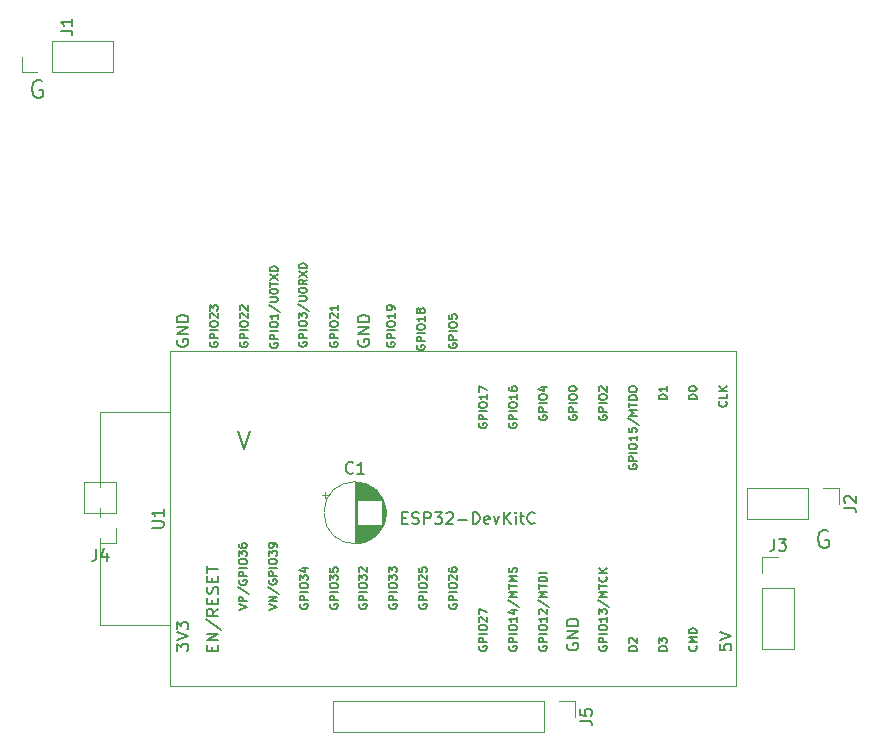
<source format=gto>
G04 #@! TF.GenerationSoftware,KiCad,Pcbnew,(6.0.7)*
G04 #@! TF.CreationDate,2023-02-20T20:30:12+09:00*
G04 #@! TF.ProjectId,mirubo,6d697275-626f-42e6-9b69-6361645f7063,rev?*
G04 #@! TF.SameCoordinates,Original*
G04 #@! TF.FileFunction,Legend,Top*
G04 #@! TF.FilePolarity,Positive*
%FSLAX46Y46*%
G04 Gerber Fmt 4.6, Leading zero omitted, Abs format (unit mm)*
G04 Created by KiCad (PCBNEW (6.0.7)) date 2023-02-20 20:30:12*
%MOMM*%
%LPD*%
G01*
G04 APERTURE LIST*
%ADD10C,0.150000*%
%ADD11C,0.120000*%
%ADD12R,1.700000X1.700000*%
%ADD13O,1.700000X1.700000*%
%ADD14R,1.200000X2.000000*%
%ADD15O,1.200000X2.000000*%
%ADD16R,1.600000X1.600000*%
%ADD17C,1.600000*%
%ADD18R,1.308000X1.308000*%
%ADD19C,1.308000*%
G04 APERTURE END LIST*
D10*
X80526000Y-105858571D02*
X81026000Y-107358571D01*
X81526000Y-105858571D01*
X130440857Y-114312000D02*
X130298000Y-114240571D01*
X130083714Y-114240571D01*
X129869428Y-114312000D01*
X129726571Y-114454857D01*
X129655142Y-114597714D01*
X129583714Y-114883428D01*
X129583714Y-115097714D01*
X129655142Y-115383428D01*
X129726571Y-115526285D01*
X129869428Y-115669142D01*
X130083714Y-115740571D01*
X130226571Y-115740571D01*
X130440857Y-115669142D01*
X130512285Y-115597714D01*
X130512285Y-115097714D01*
X130226571Y-115097714D01*
X63892857Y-76212000D02*
X63750000Y-76140571D01*
X63535714Y-76140571D01*
X63321428Y-76212000D01*
X63178571Y-76354857D01*
X63107142Y-76497714D01*
X63035714Y-76783428D01*
X63035714Y-76997714D01*
X63107142Y-77283428D01*
X63178571Y-77426285D01*
X63321428Y-77569142D01*
X63535714Y-77640571D01*
X63678571Y-77640571D01*
X63892857Y-77569142D01*
X63964285Y-77497714D01*
X63964285Y-76997714D01*
X63678571Y-76997714D01*
X68500666Y-115828380D02*
X68500666Y-116542666D01*
X68453047Y-116685523D01*
X68357809Y-116780761D01*
X68214952Y-116828380D01*
X68119714Y-116828380D01*
X69405428Y-116161714D02*
X69405428Y-116828380D01*
X69167333Y-115780761D02*
X68929238Y-116495047D01*
X69548285Y-116495047D01*
X65492380Y-71961333D02*
X66206666Y-71961333D01*
X66349523Y-72008952D01*
X66444761Y-72104190D01*
X66492380Y-72247047D01*
X66492380Y-72342285D01*
X66492380Y-70961333D02*
X66492380Y-71532761D01*
X66492380Y-71247047D02*
X65492380Y-71247047D01*
X65635238Y-71342285D01*
X65730476Y-71437523D01*
X65778095Y-71532761D01*
X125904666Y-114993380D02*
X125904666Y-115707666D01*
X125857047Y-115850523D01*
X125761809Y-115945761D01*
X125618952Y-115993380D01*
X125523714Y-115993380D01*
X126285619Y-114993380D02*
X126904666Y-114993380D01*
X126571333Y-115374333D01*
X126714190Y-115374333D01*
X126809428Y-115421952D01*
X126857047Y-115469571D01*
X126904666Y-115564809D01*
X126904666Y-115802904D01*
X126857047Y-115898142D01*
X126809428Y-115945761D01*
X126714190Y-115993380D01*
X126428476Y-115993380D01*
X126333238Y-115945761D01*
X126285619Y-115898142D01*
X73206940Y-114045904D02*
X74016464Y-114045904D01*
X74111702Y-113998285D01*
X74159321Y-113950666D01*
X74206940Y-113855428D01*
X74206940Y-113664952D01*
X74159321Y-113569714D01*
X74111702Y-113522095D01*
X74016464Y-113474476D01*
X73206940Y-113474476D01*
X74206940Y-112474476D02*
X74206940Y-113045904D01*
X74206940Y-112760190D02*
X73206940Y-112760190D01*
X73349798Y-112855428D01*
X73445036Y-112950666D01*
X73492655Y-113045904D01*
X94389321Y-113212571D02*
X94722655Y-113212571D01*
X94865512Y-113736380D02*
X94389321Y-113736380D01*
X94389321Y-112736380D01*
X94865512Y-112736380D01*
X95246464Y-113688761D02*
X95389321Y-113736380D01*
X95627417Y-113736380D01*
X95722655Y-113688761D01*
X95770274Y-113641142D01*
X95817893Y-113545904D01*
X95817893Y-113450666D01*
X95770274Y-113355428D01*
X95722655Y-113307809D01*
X95627417Y-113260190D01*
X95436940Y-113212571D01*
X95341702Y-113164952D01*
X95294083Y-113117333D01*
X95246464Y-113022095D01*
X95246464Y-112926857D01*
X95294083Y-112831619D01*
X95341702Y-112784000D01*
X95436940Y-112736380D01*
X95675036Y-112736380D01*
X95817893Y-112784000D01*
X96246464Y-113736380D02*
X96246464Y-112736380D01*
X96627417Y-112736380D01*
X96722655Y-112784000D01*
X96770274Y-112831619D01*
X96817893Y-112926857D01*
X96817893Y-113069714D01*
X96770274Y-113164952D01*
X96722655Y-113212571D01*
X96627417Y-113260190D01*
X96246464Y-113260190D01*
X97151226Y-112736380D02*
X97770274Y-112736380D01*
X97436940Y-113117333D01*
X97579798Y-113117333D01*
X97675036Y-113164952D01*
X97722655Y-113212571D01*
X97770274Y-113307809D01*
X97770274Y-113545904D01*
X97722655Y-113641142D01*
X97675036Y-113688761D01*
X97579798Y-113736380D01*
X97294083Y-113736380D01*
X97198845Y-113688761D01*
X97151226Y-113641142D01*
X98151226Y-112831619D02*
X98198845Y-112784000D01*
X98294083Y-112736380D01*
X98532179Y-112736380D01*
X98627417Y-112784000D01*
X98675036Y-112831619D01*
X98722655Y-112926857D01*
X98722655Y-113022095D01*
X98675036Y-113164952D01*
X98103607Y-113736380D01*
X98722655Y-113736380D01*
X99151226Y-113355428D02*
X99913131Y-113355428D01*
X100389321Y-113736380D02*
X100389321Y-112736380D01*
X100627417Y-112736380D01*
X100770274Y-112784000D01*
X100865512Y-112879238D01*
X100913131Y-112974476D01*
X100960750Y-113164952D01*
X100960750Y-113307809D01*
X100913131Y-113498285D01*
X100865512Y-113593523D01*
X100770274Y-113688761D01*
X100627417Y-113736380D01*
X100389321Y-113736380D01*
X101770274Y-113688761D02*
X101675036Y-113736380D01*
X101484560Y-113736380D01*
X101389321Y-113688761D01*
X101341702Y-113593523D01*
X101341702Y-113212571D01*
X101389321Y-113117333D01*
X101484560Y-113069714D01*
X101675036Y-113069714D01*
X101770274Y-113117333D01*
X101817893Y-113212571D01*
X101817893Y-113307809D01*
X101341702Y-113403047D01*
X102151226Y-113069714D02*
X102389321Y-113736380D01*
X102627417Y-113069714D01*
X103008369Y-113736380D02*
X103008369Y-112736380D01*
X103579798Y-113736380D02*
X103151226Y-113164952D01*
X103579798Y-112736380D02*
X103008369Y-113307809D01*
X104008369Y-113736380D02*
X104008369Y-113069714D01*
X104008369Y-112736380D02*
X103960750Y-112784000D01*
X104008369Y-112831619D01*
X104055988Y-112784000D01*
X104008369Y-112736380D01*
X104008369Y-112831619D01*
X104341702Y-113069714D02*
X104722655Y-113069714D01*
X104484560Y-112736380D02*
X104484560Y-113593523D01*
X104532179Y-113688761D01*
X104627417Y-113736380D01*
X104722655Y-113736380D01*
X105627417Y-113641142D02*
X105579798Y-113688761D01*
X105436940Y-113736380D01*
X105341702Y-113736380D01*
X105198845Y-113688761D01*
X105103607Y-113593523D01*
X105055988Y-113498285D01*
X105008369Y-113307809D01*
X105008369Y-113164952D01*
X105055988Y-112974476D01*
X105103607Y-112879238D01*
X105198845Y-112784000D01*
X105341702Y-112736380D01*
X105436940Y-112736380D01*
X105579798Y-112784000D01*
X105627417Y-112831619D01*
X95662000Y-98614166D02*
X95628666Y-98680833D01*
X95628666Y-98780833D01*
X95662000Y-98880833D01*
X95728666Y-98947500D01*
X95795333Y-98980833D01*
X95928666Y-99014166D01*
X96028666Y-99014166D01*
X96162000Y-98980833D01*
X96228666Y-98947500D01*
X96295333Y-98880833D01*
X96328666Y-98780833D01*
X96328666Y-98714166D01*
X96295333Y-98614166D01*
X96262000Y-98580833D01*
X96028666Y-98580833D01*
X96028666Y-98714166D01*
X96328666Y-98280833D02*
X95628666Y-98280833D01*
X95628666Y-98014166D01*
X95662000Y-97947500D01*
X95695333Y-97914166D01*
X95762000Y-97880833D01*
X95862000Y-97880833D01*
X95928666Y-97914166D01*
X95962000Y-97947500D01*
X95995333Y-98014166D01*
X95995333Y-98280833D01*
X96328666Y-97580833D02*
X95628666Y-97580833D01*
X95628666Y-97114166D02*
X95628666Y-96980833D01*
X95662000Y-96914166D01*
X95728666Y-96847500D01*
X95862000Y-96814166D01*
X96095333Y-96814166D01*
X96228666Y-96847500D01*
X96295333Y-96914166D01*
X96328666Y-96980833D01*
X96328666Y-97114166D01*
X96295333Y-97180833D01*
X96228666Y-97247500D01*
X96095333Y-97280833D01*
X95862000Y-97280833D01*
X95728666Y-97247500D01*
X95662000Y-97180833D01*
X95628666Y-97114166D01*
X96328666Y-96147500D02*
X96328666Y-96547500D01*
X96328666Y-96347500D02*
X95628666Y-96347500D01*
X95728666Y-96414166D01*
X95795333Y-96480833D01*
X95828666Y-96547500D01*
X95928666Y-95747500D02*
X95895333Y-95814166D01*
X95862000Y-95847500D01*
X95795333Y-95880833D01*
X95762000Y-95880833D01*
X95695333Y-95847500D01*
X95662000Y-95814166D01*
X95628666Y-95747500D01*
X95628666Y-95614166D01*
X95662000Y-95547500D01*
X95695333Y-95514166D01*
X95762000Y-95480833D01*
X95795333Y-95480833D01*
X95862000Y-95514166D01*
X95895333Y-95547500D01*
X95928666Y-95614166D01*
X95928666Y-95747500D01*
X95962000Y-95814166D01*
X95995333Y-95847500D01*
X96062000Y-95880833D01*
X96195333Y-95880833D01*
X96262000Y-95847500D01*
X96295333Y-95814166D01*
X96328666Y-95747500D01*
X96328666Y-95614166D01*
X96295333Y-95547500D01*
X96262000Y-95514166D01*
X96195333Y-95480833D01*
X96062000Y-95480833D01*
X95995333Y-95514166D01*
X95962000Y-95547500D01*
X95928666Y-95614166D01*
X85756000Y-120527166D02*
X85722666Y-120593833D01*
X85722666Y-120693833D01*
X85756000Y-120793833D01*
X85822666Y-120860500D01*
X85889333Y-120893833D01*
X86022666Y-120927166D01*
X86122666Y-120927166D01*
X86256000Y-120893833D01*
X86322666Y-120860500D01*
X86389333Y-120793833D01*
X86422666Y-120693833D01*
X86422666Y-120627166D01*
X86389333Y-120527166D01*
X86356000Y-120493833D01*
X86122666Y-120493833D01*
X86122666Y-120627166D01*
X86422666Y-120193833D02*
X85722666Y-120193833D01*
X85722666Y-119927166D01*
X85756000Y-119860500D01*
X85789333Y-119827166D01*
X85856000Y-119793833D01*
X85956000Y-119793833D01*
X86022666Y-119827166D01*
X86056000Y-119860500D01*
X86089333Y-119927166D01*
X86089333Y-120193833D01*
X86422666Y-119493833D02*
X85722666Y-119493833D01*
X85722666Y-119027166D02*
X85722666Y-118893833D01*
X85756000Y-118827166D01*
X85822666Y-118760500D01*
X85956000Y-118727166D01*
X86189333Y-118727166D01*
X86322666Y-118760500D01*
X86389333Y-118827166D01*
X86422666Y-118893833D01*
X86422666Y-119027166D01*
X86389333Y-119093833D01*
X86322666Y-119160500D01*
X86189333Y-119193833D01*
X85956000Y-119193833D01*
X85822666Y-119160500D01*
X85756000Y-119093833D01*
X85722666Y-119027166D01*
X85722666Y-118493833D02*
X85722666Y-118060500D01*
X85989333Y-118293833D01*
X85989333Y-118193833D01*
X86022666Y-118127166D01*
X86056000Y-118093833D01*
X86122666Y-118060500D01*
X86289333Y-118060500D01*
X86356000Y-118093833D01*
X86389333Y-118127166D01*
X86422666Y-118193833D01*
X86422666Y-118393833D01*
X86389333Y-118460500D01*
X86356000Y-118493833D01*
X85956000Y-117460500D02*
X86422666Y-117460500D01*
X85689333Y-117627166D02*
X86189333Y-117793833D01*
X86189333Y-117360500D01*
X93284560Y-120527166D02*
X93251226Y-120593833D01*
X93251226Y-120693833D01*
X93284560Y-120793833D01*
X93351226Y-120860500D01*
X93417893Y-120893833D01*
X93551226Y-120927166D01*
X93651226Y-120927166D01*
X93784560Y-120893833D01*
X93851226Y-120860500D01*
X93917893Y-120793833D01*
X93951226Y-120693833D01*
X93951226Y-120627166D01*
X93917893Y-120527166D01*
X93884560Y-120493833D01*
X93651226Y-120493833D01*
X93651226Y-120627166D01*
X93951226Y-120193833D02*
X93251226Y-120193833D01*
X93251226Y-119927166D01*
X93284560Y-119860500D01*
X93317893Y-119827166D01*
X93384560Y-119793833D01*
X93484560Y-119793833D01*
X93551226Y-119827166D01*
X93584560Y-119860500D01*
X93617893Y-119927166D01*
X93617893Y-120193833D01*
X93951226Y-119493833D02*
X93251226Y-119493833D01*
X93251226Y-119027166D02*
X93251226Y-118893833D01*
X93284560Y-118827166D01*
X93351226Y-118760500D01*
X93484560Y-118727166D01*
X93717893Y-118727166D01*
X93851226Y-118760500D01*
X93917893Y-118827166D01*
X93951226Y-118893833D01*
X93951226Y-119027166D01*
X93917893Y-119093833D01*
X93851226Y-119160500D01*
X93717893Y-119193833D01*
X93484560Y-119193833D01*
X93351226Y-119160500D01*
X93284560Y-119093833D01*
X93251226Y-119027166D01*
X93251226Y-118493833D02*
X93251226Y-118060500D01*
X93517893Y-118293833D01*
X93517893Y-118193833D01*
X93551226Y-118127166D01*
X93584560Y-118093833D01*
X93651226Y-118060500D01*
X93817893Y-118060500D01*
X93884560Y-118093833D01*
X93917893Y-118127166D01*
X93951226Y-118193833D01*
X93951226Y-118393833D01*
X93917893Y-118460500D01*
X93884560Y-118493833D01*
X93251226Y-117827166D02*
X93251226Y-117393833D01*
X93517893Y-117627166D01*
X93517893Y-117527166D01*
X93551226Y-117460500D01*
X93584560Y-117427166D01*
X93651226Y-117393833D01*
X93817893Y-117393833D01*
X93884560Y-117427166D01*
X93917893Y-117460500D01*
X93951226Y-117527166D01*
X93951226Y-117727166D01*
X93917893Y-117793833D01*
X93884560Y-117827166D01*
X88296000Y-120527166D02*
X88262666Y-120593833D01*
X88262666Y-120693833D01*
X88296000Y-120793833D01*
X88362666Y-120860500D01*
X88429333Y-120893833D01*
X88562666Y-120927166D01*
X88662666Y-120927166D01*
X88796000Y-120893833D01*
X88862666Y-120860500D01*
X88929333Y-120793833D01*
X88962666Y-120693833D01*
X88962666Y-120627166D01*
X88929333Y-120527166D01*
X88896000Y-120493833D01*
X88662666Y-120493833D01*
X88662666Y-120627166D01*
X88962666Y-120193833D02*
X88262666Y-120193833D01*
X88262666Y-119927166D01*
X88296000Y-119860500D01*
X88329333Y-119827166D01*
X88396000Y-119793833D01*
X88496000Y-119793833D01*
X88562666Y-119827166D01*
X88596000Y-119860500D01*
X88629333Y-119927166D01*
X88629333Y-120193833D01*
X88962666Y-119493833D02*
X88262666Y-119493833D01*
X88262666Y-119027166D02*
X88262666Y-118893833D01*
X88296000Y-118827166D01*
X88362666Y-118760500D01*
X88496000Y-118727166D01*
X88729333Y-118727166D01*
X88862666Y-118760500D01*
X88929333Y-118827166D01*
X88962666Y-118893833D01*
X88962666Y-119027166D01*
X88929333Y-119093833D01*
X88862666Y-119160500D01*
X88729333Y-119193833D01*
X88496000Y-119193833D01*
X88362666Y-119160500D01*
X88296000Y-119093833D01*
X88262666Y-119027166D01*
X88262666Y-118493833D02*
X88262666Y-118060500D01*
X88529333Y-118293833D01*
X88529333Y-118193833D01*
X88562666Y-118127166D01*
X88596000Y-118093833D01*
X88662666Y-118060500D01*
X88829333Y-118060500D01*
X88896000Y-118093833D01*
X88929333Y-118127166D01*
X88962666Y-118193833D01*
X88962666Y-118393833D01*
X88929333Y-118460500D01*
X88896000Y-118493833D01*
X88262666Y-117427166D02*
X88262666Y-117760500D01*
X88596000Y-117793833D01*
X88562666Y-117760500D01*
X88529333Y-117693833D01*
X88529333Y-117527166D01*
X88562666Y-117460500D01*
X88596000Y-117427166D01*
X88662666Y-117393833D01*
X88829333Y-117393833D01*
X88896000Y-117427166D01*
X88929333Y-117460500D01*
X88962666Y-117527166D01*
X88962666Y-117693833D01*
X88929333Y-117760500D01*
X88896000Y-117793833D01*
X114271226Y-124449833D02*
X113571226Y-124449833D01*
X113571226Y-124283166D01*
X113604560Y-124183166D01*
X113671226Y-124116500D01*
X113737893Y-124083166D01*
X113871226Y-124049833D01*
X113971226Y-124049833D01*
X114104560Y-124083166D01*
X114171226Y-124116500D01*
X114237893Y-124183166D01*
X114271226Y-124283166D01*
X114271226Y-124449833D01*
X113637893Y-123783166D02*
X113604560Y-123749833D01*
X113571226Y-123683166D01*
X113571226Y-123516500D01*
X113604560Y-123449833D01*
X113637893Y-123416500D01*
X113704560Y-123383166D01*
X113771226Y-123383166D01*
X113871226Y-123416500D01*
X114271226Y-123816500D01*
X114271226Y-123383166D01*
X88296000Y-98360166D02*
X88262666Y-98426833D01*
X88262666Y-98526833D01*
X88296000Y-98626833D01*
X88362666Y-98693500D01*
X88429333Y-98726833D01*
X88562666Y-98760166D01*
X88662666Y-98760166D01*
X88796000Y-98726833D01*
X88862666Y-98693500D01*
X88929333Y-98626833D01*
X88962666Y-98526833D01*
X88962666Y-98460166D01*
X88929333Y-98360166D01*
X88896000Y-98326833D01*
X88662666Y-98326833D01*
X88662666Y-98460166D01*
X88962666Y-98026833D02*
X88262666Y-98026833D01*
X88262666Y-97760166D01*
X88296000Y-97693500D01*
X88329333Y-97660166D01*
X88396000Y-97626833D01*
X88496000Y-97626833D01*
X88562666Y-97660166D01*
X88596000Y-97693500D01*
X88629333Y-97760166D01*
X88629333Y-98026833D01*
X88962666Y-97326833D02*
X88262666Y-97326833D01*
X88262666Y-96860166D02*
X88262666Y-96726833D01*
X88296000Y-96660166D01*
X88362666Y-96593500D01*
X88496000Y-96560166D01*
X88729333Y-96560166D01*
X88862666Y-96593500D01*
X88929333Y-96660166D01*
X88962666Y-96726833D01*
X88962666Y-96860166D01*
X88929333Y-96926833D01*
X88862666Y-96993500D01*
X88729333Y-97026833D01*
X88496000Y-97026833D01*
X88362666Y-96993500D01*
X88296000Y-96926833D01*
X88262666Y-96860166D01*
X88329333Y-96293500D02*
X88296000Y-96260166D01*
X88262666Y-96193500D01*
X88262666Y-96026833D01*
X88296000Y-95960166D01*
X88329333Y-95926833D01*
X88396000Y-95893500D01*
X88462666Y-95893500D01*
X88562666Y-95926833D01*
X88962666Y-96326833D01*
X88962666Y-95893500D01*
X88962666Y-95226833D02*
X88962666Y-95626833D01*
X88962666Y-95426833D02*
X88262666Y-95426833D01*
X88362666Y-95493500D01*
X88429333Y-95560166D01*
X88462666Y-95626833D01*
X105984560Y-104551500D02*
X105951226Y-104618166D01*
X105951226Y-104718166D01*
X105984560Y-104818166D01*
X106051226Y-104884833D01*
X106117893Y-104918166D01*
X106251226Y-104951500D01*
X106351226Y-104951500D01*
X106484560Y-104918166D01*
X106551226Y-104884833D01*
X106617893Y-104818166D01*
X106651226Y-104718166D01*
X106651226Y-104651500D01*
X106617893Y-104551500D01*
X106584560Y-104518166D01*
X106351226Y-104518166D01*
X106351226Y-104651500D01*
X106651226Y-104218166D02*
X105951226Y-104218166D01*
X105951226Y-103951500D01*
X105984560Y-103884833D01*
X106017893Y-103851500D01*
X106084560Y-103818166D01*
X106184560Y-103818166D01*
X106251226Y-103851500D01*
X106284560Y-103884833D01*
X106317893Y-103951500D01*
X106317893Y-104218166D01*
X106651226Y-103518166D02*
X105951226Y-103518166D01*
X105951226Y-103051500D02*
X105951226Y-102918166D01*
X105984560Y-102851500D01*
X106051226Y-102784833D01*
X106184560Y-102751500D01*
X106417893Y-102751500D01*
X106551226Y-102784833D01*
X106617893Y-102851500D01*
X106651226Y-102918166D01*
X106651226Y-103051500D01*
X106617893Y-103118166D01*
X106551226Y-103184833D01*
X106417893Y-103218166D01*
X106184560Y-103218166D01*
X106051226Y-103184833D01*
X105984560Y-103118166D01*
X105951226Y-103051500D01*
X106184560Y-102151500D02*
X106651226Y-102151500D01*
X105917893Y-102318166D02*
X106417893Y-102484833D01*
X106417893Y-102051500D01*
X121278220Y-123905894D02*
X121278220Y-124382084D01*
X121754411Y-124429703D01*
X121706792Y-124382084D01*
X121659173Y-124286846D01*
X121659173Y-124048751D01*
X121706792Y-123953513D01*
X121754411Y-123905894D01*
X121849649Y-123858275D01*
X122087744Y-123858275D01*
X122182982Y-123905894D01*
X122230601Y-123953513D01*
X122278220Y-124048751D01*
X122278220Y-124286846D01*
X122230601Y-124382084D01*
X122182982Y-124429703D01*
X121278220Y-123572560D02*
X122278220Y-123239227D01*
X121278220Y-122905894D01*
X113604560Y-108718166D02*
X113571226Y-108784833D01*
X113571226Y-108884833D01*
X113604560Y-108984833D01*
X113671226Y-109051500D01*
X113737893Y-109084833D01*
X113871226Y-109118166D01*
X113971226Y-109118166D01*
X114104560Y-109084833D01*
X114171226Y-109051500D01*
X114237893Y-108984833D01*
X114271226Y-108884833D01*
X114271226Y-108818166D01*
X114237893Y-108718166D01*
X114204560Y-108684833D01*
X113971226Y-108684833D01*
X113971226Y-108818166D01*
X114271226Y-108384833D02*
X113571226Y-108384833D01*
X113571226Y-108118166D01*
X113604560Y-108051500D01*
X113637893Y-108018166D01*
X113704560Y-107984833D01*
X113804560Y-107984833D01*
X113871226Y-108018166D01*
X113904560Y-108051500D01*
X113937893Y-108118166D01*
X113937893Y-108384833D01*
X114271226Y-107684833D02*
X113571226Y-107684833D01*
X113571226Y-107218166D02*
X113571226Y-107084833D01*
X113604560Y-107018166D01*
X113671226Y-106951500D01*
X113804560Y-106918166D01*
X114037893Y-106918166D01*
X114171226Y-106951500D01*
X114237893Y-107018166D01*
X114271226Y-107084833D01*
X114271226Y-107218166D01*
X114237893Y-107284833D01*
X114171226Y-107351500D01*
X114037893Y-107384833D01*
X113804560Y-107384833D01*
X113671226Y-107351500D01*
X113604560Y-107284833D01*
X113571226Y-107218166D01*
X114271226Y-106251500D02*
X114271226Y-106651500D01*
X114271226Y-106451500D02*
X113571226Y-106451500D01*
X113671226Y-106518166D01*
X113737893Y-106584833D01*
X113771226Y-106651500D01*
X113571226Y-105618166D02*
X113571226Y-105951500D01*
X113904560Y-105984833D01*
X113871226Y-105951500D01*
X113837893Y-105884833D01*
X113837893Y-105718166D01*
X113871226Y-105651500D01*
X113904560Y-105618166D01*
X113971226Y-105584833D01*
X114137893Y-105584833D01*
X114204560Y-105618166D01*
X114237893Y-105651500D01*
X114271226Y-105718166D01*
X114271226Y-105884833D01*
X114237893Y-105951500D01*
X114204560Y-105984833D01*
X113537893Y-104784833D02*
X114437893Y-105384833D01*
X114271226Y-104551500D02*
X113571226Y-104551500D01*
X114071226Y-104318166D01*
X113571226Y-104084833D01*
X114271226Y-104084833D01*
X113571226Y-103851500D02*
X113571226Y-103451500D01*
X114271226Y-103651500D02*
X113571226Y-103651500D01*
X114271226Y-103218166D02*
X113571226Y-103218166D01*
X113571226Y-103051500D01*
X113604560Y-102951500D01*
X113671226Y-102884833D01*
X113737893Y-102851500D01*
X113871226Y-102818166D01*
X113971226Y-102818166D01*
X114104560Y-102851500D01*
X114171226Y-102884833D01*
X114237893Y-102951500D01*
X114271226Y-103051500D01*
X114271226Y-103218166D01*
X113571226Y-102384833D02*
X113571226Y-102251500D01*
X113604560Y-102184833D01*
X113671226Y-102118166D01*
X113804560Y-102084833D01*
X114037893Y-102084833D01*
X114171226Y-102118166D01*
X114237893Y-102184833D01*
X114271226Y-102251500D01*
X114271226Y-102384833D01*
X114237893Y-102451500D01*
X114171226Y-102518166D01*
X114037893Y-102551500D01*
X113804560Y-102551500D01*
X113671226Y-102518166D01*
X113604560Y-102451500D01*
X113571226Y-102384833D01*
X80551226Y-120993833D02*
X81251226Y-120760500D01*
X80551226Y-120527166D01*
X81251226Y-120293833D02*
X80551226Y-120293833D01*
X80551226Y-120027166D01*
X80584560Y-119960500D01*
X80617893Y-119927166D01*
X80684560Y-119893833D01*
X80784560Y-119893833D01*
X80851226Y-119927166D01*
X80884560Y-119960500D01*
X80917893Y-120027166D01*
X80917893Y-120293833D01*
X80517893Y-119093833D02*
X81417893Y-119693833D01*
X80584560Y-118493833D02*
X80551226Y-118560500D01*
X80551226Y-118660500D01*
X80584560Y-118760500D01*
X80651226Y-118827166D01*
X80717893Y-118860500D01*
X80851226Y-118893833D01*
X80951226Y-118893833D01*
X81084560Y-118860500D01*
X81151226Y-118827166D01*
X81217893Y-118760500D01*
X81251226Y-118660500D01*
X81251226Y-118593833D01*
X81217893Y-118493833D01*
X81184560Y-118460500D01*
X80951226Y-118460500D01*
X80951226Y-118593833D01*
X81251226Y-118160500D02*
X80551226Y-118160500D01*
X80551226Y-117893833D01*
X80584560Y-117827166D01*
X80617893Y-117793833D01*
X80684560Y-117760500D01*
X80784560Y-117760500D01*
X80851226Y-117793833D01*
X80884560Y-117827166D01*
X80917893Y-117893833D01*
X80917893Y-118160500D01*
X81251226Y-117460500D02*
X80551226Y-117460500D01*
X80551226Y-116993833D02*
X80551226Y-116860500D01*
X80584560Y-116793833D01*
X80651226Y-116727166D01*
X80784560Y-116693833D01*
X81017893Y-116693833D01*
X81151226Y-116727166D01*
X81217893Y-116793833D01*
X81251226Y-116860500D01*
X81251226Y-116993833D01*
X81217893Y-117060500D01*
X81151226Y-117127166D01*
X81017893Y-117160500D01*
X80784560Y-117160500D01*
X80651226Y-117127166D01*
X80584560Y-117060500D01*
X80551226Y-116993833D01*
X80551226Y-116460500D02*
X80551226Y-116027166D01*
X80817893Y-116260500D01*
X80817893Y-116160500D01*
X80851226Y-116093833D01*
X80884560Y-116060500D01*
X80951226Y-116027166D01*
X81117893Y-116027166D01*
X81184560Y-116060500D01*
X81217893Y-116093833D01*
X81251226Y-116160500D01*
X81251226Y-116360500D01*
X81217893Y-116427166D01*
X81184560Y-116460500D01*
X80551226Y-115427166D02*
X80551226Y-115560500D01*
X80584560Y-115627166D01*
X80617893Y-115660500D01*
X80717893Y-115727166D01*
X80851226Y-115760500D01*
X81117893Y-115760500D01*
X81184560Y-115727166D01*
X81217893Y-115693833D01*
X81251226Y-115627166D01*
X81251226Y-115493833D01*
X81217893Y-115427166D01*
X81184560Y-115393833D01*
X81117893Y-115360500D01*
X80951226Y-115360500D01*
X80884560Y-115393833D01*
X80851226Y-115427166D01*
X80817893Y-115493833D01*
X80817893Y-115627166D01*
X80851226Y-115693833D01*
X80884560Y-115727166D01*
X80951226Y-115760500D01*
X100904560Y-124083166D02*
X100871226Y-124149833D01*
X100871226Y-124249833D01*
X100904560Y-124349833D01*
X100971226Y-124416500D01*
X101037893Y-124449833D01*
X101171226Y-124483166D01*
X101271226Y-124483166D01*
X101404560Y-124449833D01*
X101471226Y-124416500D01*
X101537893Y-124349833D01*
X101571226Y-124249833D01*
X101571226Y-124183166D01*
X101537893Y-124083166D01*
X101504560Y-124049833D01*
X101271226Y-124049833D01*
X101271226Y-124183166D01*
X101571226Y-123749833D02*
X100871226Y-123749833D01*
X100871226Y-123483166D01*
X100904560Y-123416500D01*
X100937893Y-123383166D01*
X101004560Y-123349833D01*
X101104560Y-123349833D01*
X101171226Y-123383166D01*
X101204560Y-123416500D01*
X101237893Y-123483166D01*
X101237893Y-123749833D01*
X101571226Y-123049833D02*
X100871226Y-123049833D01*
X100871226Y-122583166D02*
X100871226Y-122449833D01*
X100904560Y-122383166D01*
X100971226Y-122316500D01*
X101104560Y-122283166D01*
X101337893Y-122283166D01*
X101471226Y-122316500D01*
X101537893Y-122383166D01*
X101571226Y-122449833D01*
X101571226Y-122583166D01*
X101537893Y-122649833D01*
X101471226Y-122716500D01*
X101337893Y-122749833D01*
X101104560Y-122749833D01*
X100971226Y-122716500D01*
X100904560Y-122649833D01*
X100871226Y-122583166D01*
X100937893Y-122016500D02*
X100904560Y-121983166D01*
X100871226Y-121916500D01*
X100871226Y-121749833D01*
X100904560Y-121683166D01*
X100937893Y-121649833D01*
X101004560Y-121616500D01*
X101071226Y-121616500D01*
X101171226Y-121649833D01*
X101571226Y-122049833D01*
X101571226Y-121616500D01*
X100871226Y-121383166D02*
X100871226Y-120916500D01*
X101571226Y-121216500D01*
X103444560Y-124083166D02*
X103411226Y-124149833D01*
X103411226Y-124249833D01*
X103444560Y-124349833D01*
X103511226Y-124416500D01*
X103577893Y-124449833D01*
X103711226Y-124483166D01*
X103811226Y-124483166D01*
X103944560Y-124449833D01*
X104011226Y-124416500D01*
X104077893Y-124349833D01*
X104111226Y-124249833D01*
X104111226Y-124183166D01*
X104077893Y-124083166D01*
X104044560Y-124049833D01*
X103811226Y-124049833D01*
X103811226Y-124183166D01*
X104111226Y-123749833D02*
X103411226Y-123749833D01*
X103411226Y-123483166D01*
X103444560Y-123416500D01*
X103477893Y-123383166D01*
X103544560Y-123349833D01*
X103644560Y-123349833D01*
X103711226Y-123383166D01*
X103744560Y-123416500D01*
X103777893Y-123483166D01*
X103777893Y-123749833D01*
X104111226Y-123049833D02*
X103411226Y-123049833D01*
X103411226Y-122583166D02*
X103411226Y-122449833D01*
X103444560Y-122383166D01*
X103511226Y-122316500D01*
X103644560Y-122283166D01*
X103877893Y-122283166D01*
X104011226Y-122316500D01*
X104077893Y-122383166D01*
X104111226Y-122449833D01*
X104111226Y-122583166D01*
X104077893Y-122649833D01*
X104011226Y-122716500D01*
X103877893Y-122749833D01*
X103644560Y-122749833D01*
X103511226Y-122716500D01*
X103444560Y-122649833D01*
X103411226Y-122583166D01*
X104111226Y-121616500D02*
X104111226Y-122016500D01*
X104111226Y-121816500D02*
X103411226Y-121816500D01*
X103511226Y-121883166D01*
X103577893Y-121949833D01*
X103611226Y-122016500D01*
X103644560Y-121016500D02*
X104111226Y-121016500D01*
X103377893Y-121183166D02*
X103877893Y-121349833D01*
X103877893Y-120916500D01*
X103377893Y-120149833D02*
X104277893Y-120749833D01*
X104111226Y-119916500D02*
X103411226Y-119916500D01*
X103911226Y-119683166D01*
X103411226Y-119449833D01*
X104111226Y-119449833D01*
X103411226Y-119216500D02*
X103411226Y-118816500D01*
X104111226Y-119016500D02*
X103411226Y-119016500D01*
X104111226Y-118583166D02*
X103411226Y-118583166D01*
X103911226Y-118349833D01*
X103411226Y-118116500D01*
X104111226Y-118116500D01*
X104077893Y-117816500D02*
X104111226Y-117716500D01*
X104111226Y-117549833D01*
X104077893Y-117483166D01*
X104044560Y-117449833D01*
X103977893Y-117416500D01*
X103911226Y-117416500D01*
X103844560Y-117449833D01*
X103811226Y-117483166D01*
X103777893Y-117549833D01*
X103744560Y-117683166D01*
X103711226Y-117749833D01*
X103677893Y-117783166D01*
X103611226Y-117816500D01*
X103544560Y-117816500D01*
X103477893Y-117783166D01*
X103444560Y-117749833D01*
X103411226Y-117683166D01*
X103411226Y-117516500D01*
X103444560Y-117416500D01*
X90686000Y-98141214D02*
X90638380Y-98236452D01*
X90638380Y-98379309D01*
X90686000Y-98522166D01*
X90781238Y-98617404D01*
X90876476Y-98665023D01*
X91066952Y-98712642D01*
X91209809Y-98712642D01*
X91400285Y-98665023D01*
X91495523Y-98617404D01*
X91590761Y-98522166D01*
X91638380Y-98379309D01*
X91638380Y-98284071D01*
X91590761Y-98141214D01*
X91543142Y-98093595D01*
X91209809Y-98093595D01*
X91209809Y-98284071D01*
X91638380Y-97665023D02*
X90638380Y-97665023D01*
X91638380Y-97093595D01*
X90638380Y-97093595D01*
X91638380Y-96617404D02*
X90638380Y-96617404D01*
X90638380Y-96379309D01*
X90686000Y-96236452D01*
X90781238Y-96141214D01*
X90876476Y-96093595D01*
X91066952Y-96045976D01*
X91209809Y-96045976D01*
X91400285Y-96093595D01*
X91495523Y-96141214D01*
X91590761Y-96236452D01*
X91638380Y-96379309D01*
X91638380Y-96617404D01*
X83216000Y-98424833D02*
X83182666Y-98491500D01*
X83182666Y-98591500D01*
X83216000Y-98691500D01*
X83282666Y-98758166D01*
X83349333Y-98791500D01*
X83482666Y-98824833D01*
X83582666Y-98824833D01*
X83716000Y-98791500D01*
X83782666Y-98758166D01*
X83849333Y-98691500D01*
X83882666Y-98591500D01*
X83882666Y-98524833D01*
X83849333Y-98424833D01*
X83816000Y-98391500D01*
X83582666Y-98391500D01*
X83582666Y-98524833D01*
X83882666Y-98091500D02*
X83182666Y-98091500D01*
X83182666Y-97824833D01*
X83216000Y-97758166D01*
X83249333Y-97724833D01*
X83316000Y-97691500D01*
X83416000Y-97691500D01*
X83482666Y-97724833D01*
X83516000Y-97758166D01*
X83549333Y-97824833D01*
X83549333Y-98091500D01*
X83882666Y-97391500D02*
X83182666Y-97391500D01*
X83182666Y-96924833D02*
X83182666Y-96791500D01*
X83216000Y-96724833D01*
X83282666Y-96658166D01*
X83416000Y-96624833D01*
X83649333Y-96624833D01*
X83782666Y-96658166D01*
X83849333Y-96724833D01*
X83882666Y-96791500D01*
X83882666Y-96924833D01*
X83849333Y-96991500D01*
X83782666Y-97058166D01*
X83649333Y-97091500D01*
X83416000Y-97091500D01*
X83282666Y-97058166D01*
X83216000Y-96991500D01*
X83182666Y-96924833D01*
X83882666Y-95958166D02*
X83882666Y-96358166D01*
X83882666Y-96158166D02*
X83182666Y-96158166D01*
X83282666Y-96224833D01*
X83349333Y-96291500D01*
X83382666Y-96358166D01*
X83149333Y-95158166D02*
X84049333Y-95758166D01*
X83182666Y-94924833D02*
X83749333Y-94924833D01*
X83816000Y-94891500D01*
X83849333Y-94858166D01*
X83882666Y-94791500D01*
X83882666Y-94658166D01*
X83849333Y-94591500D01*
X83816000Y-94558166D01*
X83749333Y-94524833D01*
X83182666Y-94524833D01*
X83182666Y-94058166D02*
X83182666Y-93991500D01*
X83216000Y-93924833D01*
X83249333Y-93891500D01*
X83316000Y-93858166D01*
X83449333Y-93824833D01*
X83616000Y-93824833D01*
X83749333Y-93858166D01*
X83816000Y-93891500D01*
X83849333Y-93924833D01*
X83882666Y-93991500D01*
X83882666Y-94058166D01*
X83849333Y-94124833D01*
X83816000Y-94158166D01*
X83749333Y-94191500D01*
X83616000Y-94224833D01*
X83449333Y-94224833D01*
X83316000Y-94191500D01*
X83249333Y-94158166D01*
X83216000Y-94124833D01*
X83182666Y-94058166D01*
X83182666Y-93624833D02*
X83182666Y-93224833D01*
X83882666Y-93424833D02*
X83182666Y-93424833D01*
X83182666Y-93058166D02*
X83882666Y-92591500D01*
X83182666Y-92591500D02*
X83882666Y-93058166D01*
X83882666Y-92324833D02*
X83182666Y-92324833D01*
X83182666Y-92158166D01*
X83216000Y-92058166D01*
X83282666Y-91991500D01*
X83349333Y-91958166D01*
X83482666Y-91924833D01*
X83582666Y-91924833D01*
X83716000Y-91958166D01*
X83782666Y-91991500D01*
X83849333Y-92058166D01*
X83882666Y-92158166D01*
X83882666Y-92324833D01*
X93122000Y-98360166D02*
X93088666Y-98426833D01*
X93088666Y-98526833D01*
X93122000Y-98626833D01*
X93188666Y-98693500D01*
X93255333Y-98726833D01*
X93388666Y-98760166D01*
X93488666Y-98760166D01*
X93622000Y-98726833D01*
X93688666Y-98693500D01*
X93755333Y-98626833D01*
X93788666Y-98526833D01*
X93788666Y-98460166D01*
X93755333Y-98360166D01*
X93722000Y-98326833D01*
X93488666Y-98326833D01*
X93488666Y-98460166D01*
X93788666Y-98026833D02*
X93088666Y-98026833D01*
X93088666Y-97760166D01*
X93122000Y-97693500D01*
X93155333Y-97660166D01*
X93222000Y-97626833D01*
X93322000Y-97626833D01*
X93388666Y-97660166D01*
X93422000Y-97693500D01*
X93455333Y-97760166D01*
X93455333Y-98026833D01*
X93788666Y-97326833D02*
X93088666Y-97326833D01*
X93088666Y-96860166D02*
X93088666Y-96726833D01*
X93122000Y-96660166D01*
X93188666Y-96593500D01*
X93322000Y-96560166D01*
X93555333Y-96560166D01*
X93688666Y-96593500D01*
X93755333Y-96660166D01*
X93788666Y-96726833D01*
X93788666Y-96860166D01*
X93755333Y-96926833D01*
X93688666Y-96993500D01*
X93555333Y-97026833D01*
X93322000Y-97026833D01*
X93188666Y-96993500D01*
X93122000Y-96926833D01*
X93088666Y-96860166D01*
X93788666Y-95893500D02*
X93788666Y-96293500D01*
X93788666Y-96093500D02*
X93088666Y-96093500D01*
X93188666Y-96160166D01*
X93255333Y-96226833D01*
X93288666Y-96293500D01*
X93788666Y-95560166D02*
X93788666Y-95426833D01*
X93755333Y-95360166D01*
X93722000Y-95326833D01*
X93622000Y-95260166D01*
X93488666Y-95226833D01*
X93222000Y-95226833D01*
X93155333Y-95260166D01*
X93122000Y-95293500D01*
X93088666Y-95360166D01*
X93088666Y-95493500D01*
X93122000Y-95560166D01*
X93155333Y-95593500D01*
X93222000Y-95626833D01*
X93388666Y-95626833D01*
X93455333Y-95593500D01*
X93488666Y-95560166D01*
X93522000Y-95493500D01*
X93522000Y-95360166D01*
X93488666Y-95293500D01*
X93455333Y-95260166D01*
X93388666Y-95226833D01*
X98364560Y-120527166D02*
X98331226Y-120593833D01*
X98331226Y-120693833D01*
X98364560Y-120793833D01*
X98431226Y-120860500D01*
X98497893Y-120893833D01*
X98631226Y-120927166D01*
X98731226Y-120927166D01*
X98864560Y-120893833D01*
X98931226Y-120860500D01*
X98997893Y-120793833D01*
X99031226Y-120693833D01*
X99031226Y-120627166D01*
X98997893Y-120527166D01*
X98964560Y-120493833D01*
X98731226Y-120493833D01*
X98731226Y-120627166D01*
X99031226Y-120193833D02*
X98331226Y-120193833D01*
X98331226Y-119927166D01*
X98364560Y-119860500D01*
X98397893Y-119827166D01*
X98464560Y-119793833D01*
X98564560Y-119793833D01*
X98631226Y-119827166D01*
X98664560Y-119860500D01*
X98697893Y-119927166D01*
X98697893Y-120193833D01*
X99031226Y-119493833D02*
X98331226Y-119493833D01*
X98331226Y-119027166D02*
X98331226Y-118893833D01*
X98364560Y-118827166D01*
X98431226Y-118760500D01*
X98564560Y-118727166D01*
X98797893Y-118727166D01*
X98931226Y-118760500D01*
X98997893Y-118827166D01*
X99031226Y-118893833D01*
X99031226Y-119027166D01*
X98997893Y-119093833D01*
X98931226Y-119160500D01*
X98797893Y-119193833D01*
X98564560Y-119193833D01*
X98431226Y-119160500D01*
X98364560Y-119093833D01*
X98331226Y-119027166D01*
X98397893Y-118460500D02*
X98364560Y-118427166D01*
X98331226Y-118360500D01*
X98331226Y-118193833D01*
X98364560Y-118127166D01*
X98397893Y-118093833D01*
X98464560Y-118060500D01*
X98531226Y-118060500D01*
X98631226Y-118093833D01*
X99031226Y-118493833D01*
X99031226Y-118060500D01*
X98331226Y-117460500D02*
X98331226Y-117593833D01*
X98364560Y-117660500D01*
X98397893Y-117693833D01*
X98497893Y-117760500D01*
X98631226Y-117793833D01*
X98897893Y-117793833D01*
X98964560Y-117760500D01*
X98997893Y-117727166D01*
X99031226Y-117660500D01*
X99031226Y-117527166D01*
X98997893Y-117460500D01*
X98964560Y-117427166D01*
X98897893Y-117393833D01*
X98731226Y-117393833D01*
X98664560Y-117427166D01*
X98631226Y-117460500D01*
X98597893Y-117527166D01*
X98597893Y-117660500D01*
X98631226Y-117727166D01*
X98664560Y-117760500D01*
X98731226Y-117793833D01*
X90744560Y-120527166D02*
X90711226Y-120593833D01*
X90711226Y-120693833D01*
X90744560Y-120793833D01*
X90811226Y-120860500D01*
X90877893Y-120893833D01*
X91011226Y-120927166D01*
X91111226Y-120927166D01*
X91244560Y-120893833D01*
X91311226Y-120860500D01*
X91377893Y-120793833D01*
X91411226Y-120693833D01*
X91411226Y-120627166D01*
X91377893Y-120527166D01*
X91344560Y-120493833D01*
X91111226Y-120493833D01*
X91111226Y-120627166D01*
X91411226Y-120193833D02*
X90711226Y-120193833D01*
X90711226Y-119927166D01*
X90744560Y-119860500D01*
X90777893Y-119827166D01*
X90844560Y-119793833D01*
X90944560Y-119793833D01*
X91011226Y-119827166D01*
X91044560Y-119860500D01*
X91077893Y-119927166D01*
X91077893Y-120193833D01*
X91411226Y-119493833D02*
X90711226Y-119493833D01*
X90711226Y-119027166D02*
X90711226Y-118893833D01*
X90744560Y-118827166D01*
X90811226Y-118760500D01*
X90944560Y-118727166D01*
X91177893Y-118727166D01*
X91311226Y-118760500D01*
X91377893Y-118827166D01*
X91411226Y-118893833D01*
X91411226Y-119027166D01*
X91377893Y-119093833D01*
X91311226Y-119160500D01*
X91177893Y-119193833D01*
X90944560Y-119193833D01*
X90811226Y-119160500D01*
X90744560Y-119093833D01*
X90711226Y-119027166D01*
X90711226Y-118493833D02*
X90711226Y-118060500D01*
X90977893Y-118293833D01*
X90977893Y-118193833D01*
X91011226Y-118127166D01*
X91044560Y-118093833D01*
X91111226Y-118060500D01*
X91277893Y-118060500D01*
X91344560Y-118093833D01*
X91377893Y-118127166D01*
X91411226Y-118193833D01*
X91411226Y-118393833D01*
X91377893Y-118460500D01*
X91344560Y-118493833D01*
X90777893Y-117793833D02*
X90744560Y-117760500D01*
X90711226Y-117693833D01*
X90711226Y-117527166D01*
X90744560Y-117460500D01*
X90777893Y-117427166D01*
X90844560Y-117393833D01*
X90911226Y-117393833D01*
X91011226Y-117427166D01*
X91411226Y-117827166D01*
X91411226Y-117393833D01*
X75306940Y-124473642D02*
X75306940Y-123854595D01*
X75687893Y-124187928D01*
X75687893Y-124045071D01*
X75735512Y-123949833D01*
X75783131Y-123902214D01*
X75878369Y-123854595D01*
X76116464Y-123854595D01*
X76211702Y-123902214D01*
X76259321Y-123949833D01*
X76306940Y-124045071D01*
X76306940Y-124330785D01*
X76259321Y-124426023D01*
X76211702Y-124473642D01*
X75306940Y-123568880D02*
X76306940Y-123235547D01*
X75306940Y-122902214D01*
X75306940Y-122664119D02*
X75306940Y-122045071D01*
X75687893Y-122378404D01*
X75687893Y-122235547D01*
X75735512Y-122140309D01*
X75783131Y-122092690D01*
X75878369Y-122045071D01*
X76116464Y-122045071D01*
X76211702Y-122092690D01*
X76259321Y-122140309D01*
X76306940Y-122235547D01*
X76306940Y-122521261D01*
X76259321Y-122616500D01*
X76211702Y-122664119D01*
X95824560Y-120527166D02*
X95791226Y-120593833D01*
X95791226Y-120693833D01*
X95824560Y-120793833D01*
X95891226Y-120860500D01*
X95957893Y-120893833D01*
X96091226Y-120927166D01*
X96191226Y-120927166D01*
X96324560Y-120893833D01*
X96391226Y-120860500D01*
X96457893Y-120793833D01*
X96491226Y-120693833D01*
X96491226Y-120627166D01*
X96457893Y-120527166D01*
X96424560Y-120493833D01*
X96191226Y-120493833D01*
X96191226Y-120627166D01*
X96491226Y-120193833D02*
X95791226Y-120193833D01*
X95791226Y-119927166D01*
X95824560Y-119860500D01*
X95857893Y-119827166D01*
X95924560Y-119793833D01*
X96024560Y-119793833D01*
X96091226Y-119827166D01*
X96124560Y-119860500D01*
X96157893Y-119927166D01*
X96157893Y-120193833D01*
X96491226Y-119493833D02*
X95791226Y-119493833D01*
X95791226Y-119027166D02*
X95791226Y-118893833D01*
X95824560Y-118827166D01*
X95891226Y-118760500D01*
X96024560Y-118727166D01*
X96257893Y-118727166D01*
X96391226Y-118760500D01*
X96457893Y-118827166D01*
X96491226Y-118893833D01*
X96491226Y-119027166D01*
X96457893Y-119093833D01*
X96391226Y-119160500D01*
X96257893Y-119193833D01*
X96024560Y-119193833D01*
X95891226Y-119160500D01*
X95824560Y-119093833D01*
X95791226Y-119027166D01*
X95857893Y-118460500D02*
X95824560Y-118427166D01*
X95791226Y-118360500D01*
X95791226Y-118193833D01*
X95824560Y-118127166D01*
X95857893Y-118093833D01*
X95924560Y-118060500D01*
X95991226Y-118060500D01*
X96091226Y-118093833D01*
X96491226Y-118493833D01*
X96491226Y-118060500D01*
X95791226Y-117427166D02*
X95791226Y-117760500D01*
X96124560Y-117793833D01*
X96091226Y-117760500D01*
X96057893Y-117693833D01*
X96057893Y-117527166D01*
X96091226Y-117460500D01*
X96124560Y-117427166D01*
X96191226Y-117393833D01*
X96357893Y-117393833D01*
X96424560Y-117427166D01*
X96457893Y-117460500D01*
X96491226Y-117527166D01*
X96491226Y-117693833D01*
X96457893Y-117760500D01*
X96424560Y-117793833D01*
X80676000Y-98360166D02*
X80642666Y-98426833D01*
X80642666Y-98526833D01*
X80676000Y-98626833D01*
X80742666Y-98693500D01*
X80809333Y-98726833D01*
X80942666Y-98760166D01*
X81042666Y-98760166D01*
X81176000Y-98726833D01*
X81242666Y-98693500D01*
X81309333Y-98626833D01*
X81342666Y-98526833D01*
X81342666Y-98460166D01*
X81309333Y-98360166D01*
X81276000Y-98326833D01*
X81042666Y-98326833D01*
X81042666Y-98460166D01*
X81342666Y-98026833D02*
X80642666Y-98026833D01*
X80642666Y-97760166D01*
X80676000Y-97693500D01*
X80709333Y-97660166D01*
X80776000Y-97626833D01*
X80876000Y-97626833D01*
X80942666Y-97660166D01*
X80976000Y-97693500D01*
X81009333Y-97760166D01*
X81009333Y-98026833D01*
X81342666Y-97326833D02*
X80642666Y-97326833D01*
X80642666Y-96860166D02*
X80642666Y-96726833D01*
X80676000Y-96660166D01*
X80742666Y-96593500D01*
X80876000Y-96560166D01*
X81109333Y-96560166D01*
X81242666Y-96593500D01*
X81309333Y-96660166D01*
X81342666Y-96726833D01*
X81342666Y-96860166D01*
X81309333Y-96926833D01*
X81242666Y-96993500D01*
X81109333Y-97026833D01*
X80876000Y-97026833D01*
X80742666Y-96993500D01*
X80676000Y-96926833D01*
X80642666Y-96860166D01*
X80709333Y-96293500D02*
X80676000Y-96260166D01*
X80642666Y-96193500D01*
X80642666Y-96026833D01*
X80676000Y-95960166D01*
X80709333Y-95926833D01*
X80776000Y-95893500D01*
X80842666Y-95893500D01*
X80942666Y-95926833D01*
X81342666Y-96326833D01*
X81342666Y-95893500D01*
X80709333Y-95626833D02*
X80676000Y-95593500D01*
X80642666Y-95526833D01*
X80642666Y-95360166D01*
X80676000Y-95293500D01*
X80709333Y-95260166D01*
X80776000Y-95226833D01*
X80842666Y-95226833D01*
X80942666Y-95260166D01*
X81342666Y-95660166D01*
X81342666Y-95226833D01*
X111064560Y-104551500D02*
X111031226Y-104618166D01*
X111031226Y-104718166D01*
X111064560Y-104818166D01*
X111131226Y-104884833D01*
X111197893Y-104918166D01*
X111331226Y-104951500D01*
X111431226Y-104951500D01*
X111564560Y-104918166D01*
X111631226Y-104884833D01*
X111697893Y-104818166D01*
X111731226Y-104718166D01*
X111731226Y-104651500D01*
X111697893Y-104551500D01*
X111664560Y-104518166D01*
X111431226Y-104518166D01*
X111431226Y-104651500D01*
X111731226Y-104218166D02*
X111031226Y-104218166D01*
X111031226Y-103951500D01*
X111064560Y-103884833D01*
X111097893Y-103851500D01*
X111164560Y-103818166D01*
X111264560Y-103818166D01*
X111331226Y-103851500D01*
X111364560Y-103884833D01*
X111397893Y-103951500D01*
X111397893Y-104218166D01*
X111731226Y-103518166D02*
X111031226Y-103518166D01*
X111031226Y-103051500D02*
X111031226Y-102918166D01*
X111064560Y-102851500D01*
X111131226Y-102784833D01*
X111264560Y-102751500D01*
X111497893Y-102751500D01*
X111631226Y-102784833D01*
X111697893Y-102851500D01*
X111731226Y-102918166D01*
X111731226Y-103051500D01*
X111697893Y-103118166D01*
X111631226Y-103184833D01*
X111497893Y-103218166D01*
X111264560Y-103218166D01*
X111131226Y-103184833D01*
X111064560Y-103118166D01*
X111031226Y-103051500D01*
X111097893Y-102484833D02*
X111064560Y-102451500D01*
X111031226Y-102384833D01*
X111031226Y-102218166D01*
X111064560Y-102151500D01*
X111097893Y-102118166D01*
X111164560Y-102084833D01*
X111231226Y-102084833D01*
X111331226Y-102118166D01*
X111731226Y-102518166D01*
X111731226Y-102084833D01*
X119351226Y-103151500D02*
X118651226Y-103151500D01*
X118651226Y-102984833D01*
X118684560Y-102884833D01*
X118751226Y-102818166D01*
X118817893Y-102784833D01*
X118951226Y-102751500D01*
X119051226Y-102751500D01*
X119184560Y-102784833D01*
X119251226Y-102818166D01*
X119317893Y-102884833D01*
X119351226Y-102984833D01*
X119351226Y-103151500D01*
X118651226Y-102318166D02*
X118651226Y-102251500D01*
X118684560Y-102184833D01*
X118717893Y-102151500D01*
X118784560Y-102118166D01*
X118917893Y-102084833D01*
X119084560Y-102084833D01*
X119217893Y-102118166D01*
X119284560Y-102151500D01*
X119317893Y-102184833D01*
X119351226Y-102251500D01*
X119351226Y-102318166D01*
X119317893Y-102384833D01*
X119284560Y-102418166D01*
X119217893Y-102451500D01*
X119084560Y-102484833D01*
X118917893Y-102484833D01*
X118784560Y-102451500D01*
X118717893Y-102418166D01*
X118684560Y-102384833D01*
X118651226Y-102318166D01*
X108374560Y-123854595D02*
X108326940Y-123949833D01*
X108326940Y-124092690D01*
X108374560Y-124235547D01*
X108469798Y-124330785D01*
X108565036Y-124378404D01*
X108755512Y-124426023D01*
X108898369Y-124426023D01*
X109088845Y-124378404D01*
X109184083Y-124330785D01*
X109279321Y-124235547D01*
X109326940Y-124092690D01*
X109326940Y-123997452D01*
X109279321Y-123854595D01*
X109231702Y-123806976D01*
X108898369Y-123806976D01*
X108898369Y-123997452D01*
X109326940Y-123378404D02*
X108326940Y-123378404D01*
X109326940Y-122806976D01*
X108326940Y-122806976D01*
X109326940Y-122330785D02*
X108326940Y-122330785D01*
X108326940Y-122092690D01*
X108374560Y-121949833D01*
X108469798Y-121854595D01*
X108565036Y-121806976D01*
X108755512Y-121759357D01*
X108898369Y-121759357D01*
X109088845Y-121806976D01*
X109184083Y-121854595D01*
X109279321Y-121949833D01*
X109326940Y-122092690D01*
X109326940Y-122330785D01*
X111064560Y-124083166D02*
X111031226Y-124149833D01*
X111031226Y-124249833D01*
X111064560Y-124349833D01*
X111131226Y-124416500D01*
X111197893Y-124449833D01*
X111331226Y-124483166D01*
X111431226Y-124483166D01*
X111564560Y-124449833D01*
X111631226Y-124416500D01*
X111697893Y-124349833D01*
X111731226Y-124249833D01*
X111731226Y-124183166D01*
X111697893Y-124083166D01*
X111664560Y-124049833D01*
X111431226Y-124049833D01*
X111431226Y-124183166D01*
X111731226Y-123749833D02*
X111031226Y-123749833D01*
X111031226Y-123483166D01*
X111064560Y-123416500D01*
X111097893Y-123383166D01*
X111164560Y-123349833D01*
X111264560Y-123349833D01*
X111331226Y-123383166D01*
X111364560Y-123416500D01*
X111397893Y-123483166D01*
X111397893Y-123749833D01*
X111731226Y-123049833D02*
X111031226Y-123049833D01*
X111031226Y-122583166D02*
X111031226Y-122449833D01*
X111064560Y-122383166D01*
X111131226Y-122316500D01*
X111264560Y-122283166D01*
X111497893Y-122283166D01*
X111631226Y-122316500D01*
X111697893Y-122383166D01*
X111731226Y-122449833D01*
X111731226Y-122583166D01*
X111697893Y-122649833D01*
X111631226Y-122716500D01*
X111497893Y-122749833D01*
X111264560Y-122749833D01*
X111131226Y-122716500D01*
X111064560Y-122649833D01*
X111031226Y-122583166D01*
X111731226Y-121616500D02*
X111731226Y-122016500D01*
X111731226Y-121816500D02*
X111031226Y-121816500D01*
X111131226Y-121883166D01*
X111197893Y-121949833D01*
X111231226Y-122016500D01*
X111031226Y-121383166D02*
X111031226Y-120949833D01*
X111297893Y-121183166D01*
X111297893Y-121083166D01*
X111331226Y-121016500D01*
X111364560Y-120983166D01*
X111431226Y-120949833D01*
X111597893Y-120949833D01*
X111664560Y-120983166D01*
X111697893Y-121016500D01*
X111731226Y-121083166D01*
X111731226Y-121283166D01*
X111697893Y-121349833D01*
X111664560Y-121383166D01*
X110997893Y-120149833D02*
X111897893Y-120749833D01*
X111731226Y-119916500D02*
X111031226Y-119916500D01*
X111531226Y-119683166D01*
X111031226Y-119449833D01*
X111731226Y-119449833D01*
X111031226Y-119216500D02*
X111031226Y-118816500D01*
X111731226Y-119016500D02*
X111031226Y-119016500D01*
X111664560Y-118183166D02*
X111697893Y-118216500D01*
X111731226Y-118316500D01*
X111731226Y-118383166D01*
X111697893Y-118483166D01*
X111631226Y-118549833D01*
X111564560Y-118583166D01*
X111431226Y-118616500D01*
X111331226Y-118616500D01*
X111197893Y-118583166D01*
X111131226Y-118549833D01*
X111064560Y-118483166D01*
X111031226Y-118383166D01*
X111031226Y-118316500D01*
X111064560Y-118216500D01*
X111097893Y-118183166D01*
X111731226Y-117883166D02*
X111031226Y-117883166D01*
X111731226Y-117483166D02*
X111331226Y-117783166D01*
X111031226Y-117483166D02*
X111431226Y-117883166D01*
X119284560Y-124049833D02*
X119317893Y-124083166D01*
X119351226Y-124183166D01*
X119351226Y-124249833D01*
X119317893Y-124349833D01*
X119251226Y-124416500D01*
X119184560Y-124449833D01*
X119051226Y-124483166D01*
X118951226Y-124483166D01*
X118817893Y-124449833D01*
X118751226Y-124416500D01*
X118684560Y-124349833D01*
X118651226Y-124249833D01*
X118651226Y-124183166D01*
X118684560Y-124083166D01*
X118717893Y-124049833D01*
X119351226Y-123749833D02*
X118651226Y-123749833D01*
X119151226Y-123516500D01*
X118651226Y-123283166D01*
X119351226Y-123283166D01*
X119351226Y-122949833D02*
X118651226Y-122949833D01*
X118651226Y-122783166D01*
X118684560Y-122683166D01*
X118751226Y-122616500D01*
X118817893Y-122583166D01*
X118951226Y-122549833D01*
X119051226Y-122549833D01*
X119184560Y-122583166D01*
X119251226Y-122616500D01*
X119317893Y-122683166D01*
X119351226Y-122783166D01*
X119351226Y-122949833D01*
X85664560Y-98337500D02*
X85631226Y-98404166D01*
X85631226Y-98504166D01*
X85664560Y-98604166D01*
X85731226Y-98670833D01*
X85797893Y-98704166D01*
X85931226Y-98737500D01*
X86031226Y-98737500D01*
X86164560Y-98704166D01*
X86231226Y-98670833D01*
X86297893Y-98604166D01*
X86331226Y-98504166D01*
X86331226Y-98437500D01*
X86297893Y-98337500D01*
X86264560Y-98304166D01*
X86031226Y-98304166D01*
X86031226Y-98437500D01*
X86331226Y-98004166D02*
X85631226Y-98004166D01*
X85631226Y-97737500D01*
X85664560Y-97670833D01*
X85697893Y-97637500D01*
X85764560Y-97604166D01*
X85864560Y-97604166D01*
X85931226Y-97637500D01*
X85964560Y-97670833D01*
X85997893Y-97737500D01*
X85997893Y-98004166D01*
X86331226Y-97304166D02*
X85631226Y-97304166D01*
X85631226Y-96837500D02*
X85631226Y-96704166D01*
X85664560Y-96637500D01*
X85731226Y-96570833D01*
X85864560Y-96537500D01*
X86097893Y-96537500D01*
X86231226Y-96570833D01*
X86297893Y-96637500D01*
X86331226Y-96704166D01*
X86331226Y-96837500D01*
X86297893Y-96904166D01*
X86231226Y-96970833D01*
X86097893Y-97004166D01*
X85864560Y-97004166D01*
X85731226Y-96970833D01*
X85664560Y-96904166D01*
X85631226Y-96837500D01*
X85631226Y-96304166D02*
X85631226Y-95870833D01*
X85897893Y-96104166D01*
X85897893Y-96004166D01*
X85931226Y-95937500D01*
X85964560Y-95904166D01*
X86031226Y-95870833D01*
X86197893Y-95870833D01*
X86264560Y-95904166D01*
X86297893Y-95937500D01*
X86331226Y-96004166D01*
X86331226Y-96204166D01*
X86297893Y-96270833D01*
X86264560Y-96304166D01*
X85597893Y-95070833D02*
X86497893Y-95670833D01*
X85631226Y-94837500D02*
X86197893Y-94837500D01*
X86264560Y-94804166D01*
X86297893Y-94770833D01*
X86331226Y-94704166D01*
X86331226Y-94570833D01*
X86297893Y-94504166D01*
X86264560Y-94470833D01*
X86197893Y-94437500D01*
X85631226Y-94437500D01*
X85631226Y-93970833D02*
X85631226Y-93904166D01*
X85664560Y-93837500D01*
X85697893Y-93804166D01*
X85764560Y-93770833D01*
X85897893Y-93737500D01*
X86064560Y-93737500D01*
X86197893Y-93770833D01*
X86264560Y-93804166D01*
X86297893Y-93837500D01*
X86331226Y-93904166D01*
X86331226Y-93970833D01*
X86297893Y-94037500D01*
X86264560Y-94070833D01*
X86197893Y-94104166D01*
X86064560Y-94137500D01*
X85897893Y-94137500D01*
X85764560Y-94104166D01*
X85697893Y-94070833D01*
X85664560Y-94037500D01*
X85631226Y-93970833D01*
X86331226Y-93037500D02*
X85997893Y-93270833D01*
X86331226Y-93437500D02*
X85631226Y-93437500D01*
X85631226Y-93170833D01*
X85664560Y-93104166D01*
X85697893Y-93070833D01*
X85764560Y-93037500D01*
X85864560Y-93037500D01*
X85931226Y-93070833D01*
X85964560Y-93104166D01*
X85997893Y-93170833D01*
X85997893Y-93437500D01*
X85631226Y-92804166D02*
X86331226Y-92337500D01*
X85631226Y-92337500D02*
X86331226Y-92804166D01*
X86331226Y-92070833D02*
X85631226Y-92070833D01*
X85631226Y-91904166D01*
X85664560Y-91804166D01*
X85731226Y-91737500D01*
X85797893Y-91704166D01*
X85931226Y-91670833D01*
X86031226Y-91670833D01*
X86164560Y-91704166D01*
X86231226Y-91737500D01*
X86297893Y-91804166D01*
X86331226Y-91904166D01*
X86331226Y-92070833D01*
X83091226Y-120993833D02*
X83791226Y-120760500D01*
X83091226Y-120527166D01*
X83791226Y-120293833D02*
X83091226Y-120293833D01*
X83791226Y-119893833D01*
X83091226Y-119893833D01*
X83057893Y-119060500D02*
X83957893Y-119660500D01*
X83124560Y-118460500D02*
X83091226Y-118527166D01*
X83091226Y-118627166D01*
X83124560Y-118727166D01*
X83191226Y-118793833D01*
X83257893Y-118827166D01*
X83391226Y-118860500D01*
X83491226Y-118860500D01*
X83624560Y-118827166D01*
X83691226Y-118793833D01*
X83757893Y-118727166D01*
X83791226Y-118627166D01*
X83791226Y-118560500D01*
X83757893Y-118460500D01*
X83724560Y-118427166D01*
X83491226Y-118427166D01*
X83491226Y-118560500D01*
X83791226Y-118127166D02*
X83091226Y-118127166D01*
X83091226Y-117860500D01*
X83124560Y-117793833D01*
X83157893Y-117760500D01*
X83224560Y-117727166D01*
X83324560Y-117727166D01*
X83391226Y-117760500D01*
X83424560Y-117793833D01*
X83457893Y-117860500D01*
X83457893Y-118127166D01*
X83791226Y-117427166D02*
X83091226Y-117427166D01*
X83091226Y-116960500D02*
X83091226Y-116827166D01*
X83124560Y-116760500D01*
X83191226Y-116693833D01*
X83324560Y-116660500D01*
X83557893Y-116660500D01*
X83691226Y-116693833D01*
X83757893Y-116760500D01*
X83791226Y-116827166D01*
X83791226Y-116960500D01*
X83757893Y-117027166D01*
X83691226Y-117093833D01*
X83557893Y-117127166D01*
X83324560Y-117127166D01*
X83191226Y-117093833D01*
X83124560Y-117027166D01*
X83091226Y-116960500D01*
X83091226Y-116427166D02*
X83091226Y-115993833D01*
X83357893Y-116227166D01*
X83357893Y-116127166D01*
X83391226Y-116060500D01*
X83424560Y-116027166D01*
X83491226Y-115993833D01*
X83657893Y-115993833D01*
X83724560Y-116027166D01*
X83757893Y-116060500D01*
X83791226Y-116127166D01*
X83791226Y-116327166D01*
X83757893Y-116393833D01*
X83724560Y-116427166D01*
X83791226Y-115660500D02*
X83791226Y-115527166D01*
X83757893Y-115460500D01*
X83724560Y-115427166D01*
X83624560Y-115360500D01*
X83491226Y-115327166D01*
X83224560Y-115327166D01*
X83157893Y-115360500D01*
X83124560Y-115393833D01*
X83091226Y-115460500D01*
X83091226Y-115593833D01*
X83124560Y-115660500D01*
X83157893Y-115693833D01*
X83224560Y-115727166D01*
X83391226Y-115727166D01*
X83457893Y-115693833D01*
X83491226Y-115660500D01*
X83524560Y-115593833D01*
X83524560Y-115460500D01*
X83491226Y-115393833D01*
X83457893Y-115360500D01*
X83391226Y-115327166D01*
X105984560Y-124083166D02*
X105951226Y-124149833D01*
X105951226Y-124249833D01*
X105984560Y-124349833D01*
X106051226Y-124416500D01*
X106117893Y-124449833D01*
X106251226Y-124483166D01*
X106351226Y-124483166D01*
X106484560Y-124449833D01*
X106551226Y-124416500D01*
X106617893Y-124349833D01*
X106651226Y-124249833D01*
X106651226Y-124183166D01*
X106617893Y-124083166D01*
X106584560Y-124049833D01*
X106351226Y-124049833D01*
X106351226Y-124183166D01*
X106651226Y-123749833D02*
X105951226Y-123749833D01*
X105951226Y-123483166D01*
X105984560Y-123416500D01*
X106017893Y-123383166D01*
X106084560Y-123349833D01*
X106184560Y-123349833D01*
X106251226Y-123383166D01*
X106284560Y-123416500D01*
X106317893Y-123483166D01*
X106317893Y-123749833D01*
X106651226Y-123049833D02*
X105951226Y-123049833D01*
X105951226Y-122583166D02*
X105951226Y-122449833D01*
X105984560Y-122383166D01*
X106051226Y-122316500D01*
X106184560Y-122283166D01*
X106417893Y-122283166D01*
X106551226Y-122316500D01*
X106617893Y-122383166D01*
X106651226Y-122449833D01*
X106651226Y-122583166D01*
X106617893Y-122649833D01*
X106551226Y-122716500D01*
X106417893Y-122749833D01*
X106184560Y-122749833D01*
X106051226Y-122716500D01*
X105984560Y-122649833D01*
X105951226Y-122583166D01*
X106651226Y-121616500D02*
X106651226Y-122016500D01*
X106651226Y-121816500D02*
X105951226Y-121816500D01*
X106051226Y-121883166D01*
X106117893Y-121949833D01*
X106151226Y-122016500D01*
X106017893Y-121349833D02*
X105984560Y-121316500D01*
X105951226Y-121249833D01*
X105951226Y-121083166D01*
X105984560Y-121016500D01*
X106017893Y-120983166D01*
X106084560Y-120949833D01*
X106151226Y-120949833D01*
X106251226Y-120983166D01*
X106651226Y-121383166D01*
X106651226Y-120949833D01*
X105917893Y-120149833D02*
X106817893Y-120749833D01*
X106651226Y-119916500D02*
X105951226Y-119916500D01*
X106451226Y-119683166D01*
X105951226Y-119449833D01*
X106651226Y-119449833D01*
X105951226Y-119216500D02*
X105951226Y-118816500D01*
X106651226Y-119016500D02*
X105951226Y-119016500D01*
X106651226Y-118583166D02*
X105951226Y-118583166D01*
X105951226Y-118416500D01*
X105984560Y-118316500D01*
X106051226Y-118249833D01*
X106117893Y-118216500D01*
X106251226Y-118183166D01*
X106351226Y-118183166D01*
X106484560Y-118216500D01*
X106551226Y-118249833D01*
X106617893Y-118316500D01*
X106651226Y-118416500D01*
X106651226Y-118583166D01*
X106651226Y-117883166D02*
X105951226Y-117883166D01*
X75354560Y-98141214D02*
X75306940Y-98236452D01*
X75306940Y-98379309D01*
X75354560Y-98522166D01*
X75449798Y-98617404D01*
X75545036Y-98665023D01*
X75735512Y-98712642D01*
X75878369Y-98712642D01*
X76068845Y-98665023D01*
X76164083Y-98617404D01*
X76259321Y-98522166D01*
X76306940Y-98379309D01*
X76306940Y-98284071D01*
X76259321Y-98141214D01*
X76211702Y-98093595D01*
X75878369Y-98093595D01*
X75878369Y-98284071D01*
X76306940Y-97665023D02*
X75306940Y-97665023D01*
X76306940Y-97093595D01*
X75306940Y-97093595D01*
X76306940Y-96617404D02*
X75306940Y-96617404D01*
X75306940Y-96379309D01*
X75354560Y-96236452D01*
X75449798Y-96141214D01*
X75545036Y-96093595D01*
X75735512Y-96045976D01*
X75878369Y-96045976D01*
X76068845Y-96093595D01*
X76164083Y-96141214D01*
X76259321Y-96236452D01*
X76306940Y-96379309D01*
X76306940Y-96617404D01*
X121824560Y-103351500D02*
X121857893Y-103384833D01*
X121891226Y-103484833D01*
X121891226Y-103551500D01*
X121857893Y-103651500D01*
X121791226Y-103718166D01*
X121724560Y-103751500D01*
X121591226Y-103784833D01*
X121491226Y-103784833D01*
X121357893Y-103751500D01*
X121291226Y-103718166D01*
X121224560Y-103651500D01*
X121191226Y-103551500D01*
X121191226Y-103484833D01*
X121224560Y-103384833D01*
X121257893Y-103351500D01*
X121891226Y-102718166D02*
X121891226Y-103051500D01*
X121191226Y-103051500D01*
X121891226Y-102484833D02*
X121191226Y-102484833D01*
X121891226Y-102084833D02*
X121491226Y-102384833D01*
X121191226Y-102084833D02*
X121591226Y-102484833D01*
X78136000Y-98360166D02*
X78102666Y-98426833D01*
X78102666Y-98526833D01*
X78136000Y-98626833D01*
X78202666Y-98693500D01*
X78269333Y-98726833D01*
X78402666Y-98760166D01*
X78502666Y-98760166D01*
X78636000Y-98726833D01*
X78702666Y-98693500D01*
X78769333Y-98626833D01*
X78802666Y-98526833D01*
X78802666Y-98460166D01*
X78769333Y-98360166D01*
X78736000Y-98326833D01*
X78502666Y-98326833D01*
X78502666Y-98460166D01*
X78802666Y-98026833D02*
X78102666Y-98026833D01*
X78102666Y-97760166D01*
X78136000Y-97693500D01*
X78169333Y-97660166D01*
X78236000Y-97626833D01*
X78336000Y-97626833D01*
X78402666Y-97660166D01*
X78436000Y-97693500D01*
X78469333Y-97760166D01*
X78469333Y-98026833D01*
X78802666Y-97326833D02*
X78102666Y-97326833D01*
X78102666Y-96860166D02*
X78102666Y-96726833D01*
X78136000Y-96660166D01*
X78202666Y-96593500D01*
X78336000Y-96560166D01*
X78569333Y-96560166D01*
X78702666Y-96593500D01*
X78769333Y-96660166D01*
X78802666Y-96726833D01*
X78802666Y-96860166D01*
X78769333Y-96926833D01*
X78702666Y-96993500D01*
X78569333Y-97026833D01*
X78336000Y-97026833D01*
X78202666Y-96993500D01*
X78136000Y-96926833D01*
X78102666Y-96860166D01*
X78169333Y-96293500D02*
X78136000Y-96260166D01*
X78102666Y-96193500D01*
X78102666Y-96026833D01*
X78136000Y-95960166D01*
X78169333Y-95926833D01*
X78236000Y-95893500D01*
X78302666Y-95893500D01*
X78402666Y-95926833D01*
X78802666Y-96326833D01*
X78802666Y-95893500D01*
X78102666Y-95660166D02*
X78102666Y-95226833D01*
X78369333Y-95460166D01*
X78369333Y-95360166D01*
X78402666Y-95293500D01*
X78436000Y-95260166D01*
X78502666Y-95226833D01*
X78669333Y-95226833D01*
X78736000Y-95260166D01*
X78769333Y-95293500D01*
X78802666Y-95360166D01*
X78802666Y-95560166D01*
X78769333Y-95626833D01*
X78736000Y-95660166D01*
X103444560Y-105218166D02*
X103411226Y-105284833D01*
X103411226Y-105384833D01*
X103444560Y-105484833D01*
X103511226Y-105551500D01*
X103577893Y-105584833D01*
X103711226Y-105618166D01*
X103811226Y-105618166D01*
X103944560Y-105584833D01*
X104011226Y-105551500D01*
X104077893Y-105484833D01*
X104111226Y-105384833D01*
X104111226Y-105318166D01*
X104077893Y-105218166D01*
X104044560Y-105184833D01*
X103811226Y-105184833D01*
X103811226Y-105318166D01*
X104111226Y-104884833D02*
X103411226Y-104884833D01*
X103411226Y-104618166D01*
X103444560Y-104551500D01*
X103477893Y-104518166D01*
X103544560Y-104484833D01*
X103644560Y-104484833D01*
X103711226Y-104518166D01*
X103744560Y-104551500D01*
X103777893Y-104618166D01*
X103777893Y-104884833D01*
X104111226Y-104184833D02*
X103411226Y-104184833D01*
X103411226Y-103718166D02*
X103411226Y-103584833D01*
X103444560Y-103518166D01*
X103511226Y-103451500D01*
X103644560Y-103418166D01*
X103877893Y-103418166D01*
X104011226Y-103451500D01*
X104077893Y-103518166D01*
X104111226Y-103584833D01*
X104111226Y-103718166D01*
X104077893Y-103784833D01*
X104011226Y-103851500D01*
X103877893Y-103884833D01*
X103644560Y-103884833D01*
X103511226Y-103851500D01*
X103444560Y-103784833D01*
X103411226Y-103718166D01*
X104111226Y-102751500D02*
X104111226Y-103151500D01*
X104111226Y-102951500D02*
X103411226Y-102951500D01*
X103511226Y-103018166D01*
X103577893Y-103084833D01*
X103611226Y-103151500D01*
X103411226Y-102151500D02*
X103411226Y-102284833D01*
X103444560Y-102351500D01*
X103477893Y-102384833D01*
X103577893Y-102451500D01*
X103711226Y-102484833D01*
X103977893Y-102484833D01*
X104044560Y-102451500D01*
X104077893Y-102418166D01*
X104111226Y-102351500D01*
X104111226Y-102218166D01*
X104077893Y-102151500D01*
X104044560Y-102118166D01*
X103977893Y-102084833D01*
X103811226Y-102084833D01*
X103744560Y-102118166D01*
X103711226Y-102151500D01*
X103677893Y-102218166D01*
X103677893Y-102351500D01*
X103711226Y-102418166D01*
X103744560Y-102451500D01*
X103811226Y-102484833D01*
X100904560Y-105218166D02*
X100871226Y-105284833D01*
X100871226Y-105384833D01*
X100904560Y-105484833D01*
X100971226Y-105551500D01*
X101037893Y-105584833D01*
X101171226Y-105618166D01*
X101271226Y-105618166D01*
X101404560Y-105584833D01*
X101471226Y-105551500D01*
X101537893Y-105484833D01*
X101571226Y-105384833D01*
X101571226Y-105318166D01*
X101537893Y-105218166D01*
X101504560Y-105184833D01*
X101271226Y-105184833D01*
X101271226Y-105318166D01*
X101571226Y-104884833D02*
X100871226Y-104884833D01*
X100871226Y-104618166D01*
X100904560Y-104551500D01*
X100937893Y-104518166D01*
X101004560Y-104484833D01*
X101104560Y-104484833D01*
X101171226Y-104518166D01*
X101204560Y-104551500D01*
X101237893Y-104618166D01*
X101237893Y-104884833D01*
X101571226Y-104184833D02*
X100871226Y-104184833D01*
X100871226Y-103718166D02*
X100871226Y-103584833D01*
X100904560Y-103518166D01*
X100971226Y-103451500D01*
X101104560Y-103418166D01*
X101337893Y-103418166D01*
X101471226Y-103451500D01*
X101537893Y-103518166D01*
X101571226Y-103584833D01*
X101571226Y-103718166D01*
X101537893Y-103784833D01*
X101471226Y-103851500D01*
X101337893Y-103884833D01*
X101104560Y-103884833D01*
X100971226Y-103851500D01*
X100904560Y-103784833D01*
X100871226Y-103718166D01*
X101571226Y-102751500D02*
X101571226Y-103151500D01*
X101571226Y-102951500D02*
X100871226Y-102951500D01*
X100971226Y-103018166D01*
X101037893Y-103084833D01*
X101071226Y-103151500D01*
X100871226Y-102518166D02*
X100871226Y-102051500D01*
X101571226Y-102351500D01*
X116811226Y-124449833D02*
X116111226Y-124449833D01*
X116111226Y-124283166D01*
X116144560Y-124183166D01*
X116211226Y-124116500D01*
X116277893Y-124083166D01*
X116411226Y-124049833D01*
X116511226Y-124049833D01*
X116644560Y-124083166D01*
X116711226Y-124116500D01*
X116777893Y-124183166D01*
X116811226Y-124283166D01*
X116811226Y-124449833D01*
X116111226Y-123816500D02*
X116111226Y-123383166D01*
X116377893Y-123616500D01*
X116377893Y-123516500D01*
X116411226Y-123449833D01*
X116444560Y-123416500D01*
X116511226Y-123383166D01*
X116677893Y-123383166D01*
X116744560Y-123416500D01*
X116777893Y-123449833D01*
X116811226Y-123516500D01*
X116811226Y-123716500D01*
X116777893Y-123783166D01*
X116744560Y-123816500D01*
X98364560Y-98455500D02*
X98331226Y-98522166D01*
X98331226Y-98622166D01*
X98364560Y-98722166D01*
X98431226Y-98788833D01*
X98497893Y-98822166D01*
X98631226Y-98855500D01*
X98731226Y-98855500D01*
X98864560Y-98822166D01*
X98931226Y-98788833D01*
X98997893Y-98722166D01*
X99031226Y-98622166D01*
X99031226Y-98555500D01*
X98997893Y-98455500D01*
X98964560Y-98422166D01*
X98731226Y-98422166D01*
X98731226Y-98555500D01*
X99031226Y-98122166D02*
X98331226Y-98122166D01*
X98331226Y-97855500D01*
X98364560Y-97788833D01*
X98397893Y-97755500D01*
X98464560Y-97722166D01*
X98564560Y-97722166D01*
X98631226Y-97755500D01*
X98664560Y-97788833D01*
X98697893Y-97855500D01*
X98697893Y-98122166D01*
X99031226Y-97422166D02*
X98331226Y-97422166D01*
X98331226Y-96955500D02*
X98331226Y-96822166D01*
X98364560Y-96755500D01*
X98431226Y-96688833D01*
X98564560Y-96655500D01*
X98797893Y-96655500D01*
X98931226Y-96688833D01*
X98997893Y-96755500D01*
X99031226Y-96822166D01*
X99031226Y-96955500D01*
X98997893Y-97022166D01*
X98931226Y-97088833D01*
X98797893Y-97122166D01*
X98564560Y-97122166D01*
X98431226Y-97088833D01*
X98364560Y-97022166D01*
X98331226Y-96955500D01*
X98331226Y-96022166D02*
X98331226Y-96355500D01*
X98664560Y-96388833D01*
X98631226Y-96355500D01*
X98597893Y-96288833D01*
X98597893Y-96122166D01*
X98631226Y-96055500D01*
X98664560Y-96022166D01*
X98731226Y-95988833D01*
X98897893Y-95988833D01*
X98964560Y-96022166D01*
X98997893Y-96055500D01*
X99031226Y-96122166D01*
X99031226Y-96288833D01*
X98997893Y-96355500D01*
X98964560Y-96388833D01*
X108524560Y-104551500D02*
X108491226Y-104618166D01*
X108491226Y-104718166D01*
X108524560Y-104818166D01*
X108591226Y-104884833D01*
X108657893Y-104918166D01*
X108791226Y-104951500D01*
X108891226Y-104951500D01*
X109024560Y-104918166D01*
X109091226Y-104884833D01*
X109157893Y-104818166D01*
X109191226Y-104718166D01*
X109191226Y-104651500D01*
X109157893Y-104551500D01*
X109124560Y-104518166D01*
X108891226Y-104518166D01*
X108891226Y-104651500D01*
X109191226Y-104218166D02*
X108491226Y-104218166D01*
X108491226Y-103951500D01*
X108524560Y-103884833D01*
X108557893Y-103851500D01*
X108624560Y-103818166D01*
X108724560Y-103818166D01*
X108791226Y-103851500D01*
X108824560Y-103884833D01*
X108857893Y-103951500D01*
X108857893Y-104218166D01*
X109191226Y-103518166D02*
X108491226Y-103518166D01*
X108491226Y-103051500D02*
X108491226Y-102918166D01*
X108524560Y-102851500D01*
X108591226Y-102784833D01*
X108724560Y-102751500D01*
X108957893Y-102751500D01*
X109091226Y-102784833D01*
X109157893Y-102851500D01*
X109191226Y-102918166D01*
X109191226Y-103051500D01*
X109157893Y-103118166D01*
X109091226Y-103184833D01*
X108957893Y-103218166D01*
X108724560Y-103218166D01*
X108591226Y-103184833D01*
X108524560Y-103118166D01*
X108491226Y-103051500D01*
X108491226Y-102318166D02*
X108491226Y-102251500D01*
X108524560Y-102184833D01*
X108557893Y-102151500D01*
X108624560Y-102118166D01*
X108757893Y-102084833D01*
X108924560Y-102084833D01*
X109057893Y-102118166D01*
X109124560Y-102151500D01*
X109157893Y-102184833D01*
X109191226Y-102251500D01*
X109191226Y-102318166D01*
X109157893Y-102384833D01*
X109124560Y-102418166D01*
X109057893Y-102451500D01*
X108924560Y-102484833D01*
X108757893Y-102484833D01*
X108624560Y-102451500D01*
X108557893Y-102418166D01*
X108524560Y-102384833D01*
X108491226Y-102318166D01*
X116811226Y-103151500D02*
X116111226Y-103151500D01*
X116111226Y-102984833D01*
X116144560Y-102884833D01*
X116211226Y-102818166D01*
X116277893Y-102784833D01*
X116411226Y-102751500D01*
X116511226Y-102751500D01*
X116644560Y-102784833D01*
X116711226Y-102818166D01*
X116777893Y-102884833D01*
X116811226Y-102984833D01*
X116811226Y-103151500D01*
X116811226Y-102084833D02*
X116811226Y-102484833D01*
X116811226Y-102284833D02*
X116111226Y-102284833D01*
X116211226Y-102351500D01*
X116277893Y-102418166D01*
X116311226Y-102484833D01*
X78320411Y-124480894D02*
X78320411Y-124147560D01*
X78844220Y-124004703D02*
X78844220Y-124480894D01*
X77844220Y-124480894D01*
X77844220Y-124004703D01*
X78844220Y-123576132D02*
X77844220Y-123576132D01*
X78844220Y-123004703D01*
X77844220Y-123004703D01*
X77796601Y-121814227D02*
X79082316Y-122671370D01*
X78844220Y-120909465D02*
X78368030Y-121242799D01*
X78844220Y-121480894D02*
X77844220Y-121480894D01*
X77844220Y-121099941D01*
X77891840Y-121004703D01*
X77939459Y-120957084D01*
X78034697Y-120909465D01*
X78177554Y-120909465D01*
X78272792Y-120957084D01*
X78320411Y-121004703D01*
X78368030Y-121099941D01*
X78368030Y-121480894D01*
X78320411Y-120480894D02*
X78320411Y-120147560D01*
X78844220Y-120004703D02*
X78844220Y-120480894D01*
X77844220Y-120480894D01*
X77844220Y-120004703D01*
X78796601Y-119623751D02*
X78844220Y-119480894D01*
X78844220Y-119242799D01*
X78796601Y-119147560D01*
X78748982Y-119099941D01*
X78653744Y-119052322D01*
X78558506Y-119052322D01*
X78463268Y-119099941D01*
X78415649Y-119147560D01*
X78368030Y-119242799D01*
X78320411Y-119433275D01*
X78272792Y-119528513D01*
X78225173Y-119576132D01*
X78129935Y-119623751D01*
X78034697Y-119623751D01*
X77939459Y-119576132D01*
X77891840Y-119528513D01*
X77844220Y-119433275D01*
X77844220Y-119195180D01*
X77891840Y-119052322D01*
X78320411Y-118623751D02*
X78320411Y-118290418D01*
X78844220Y-118147560D02*
X78844220Y-118623751D01*
X77844220Y-118623751D01*
X77844220Y-118147560D01*
X77844220Y-117861846D02*
X77844220Y-117290418D01*
X78844220Y-117576132D02*
X77844220Y-117576132D01*
X109463380Y-130381333D02*
X110177666Y-130381333D01*
X110320523Y-130428952D01*
X110415761Y-130524190D01*
X110463380Y-130667047D01*
X110463380Y-130762285D01*
X109463380Y-129428952D02*
X109463380Y-129905142D01*
X109939571Y-129952761D01*
X109891952Y-129905142D01*
X109844333Y-129809904D01*
X109844333Y-129571809D01*
X109891952Y-129476571D01*
X109939571Y-129428952D01*
X110034809Y-129381333D01*
X110272904Y-129381333D01*
X110368142Y-129428952D01*
X110415761Y-129476571D01*
X110463380Y-129571809D01*
X110463380Y-129809904D01*
X110415761Y-129905142D01*
X110368142Y-129952761D01*
X131815380Y-112347333D02*
X132529666Y-112347333D01*
X132672523Y-112394952D01*
X132767761Y-112490190D01*
X132815380Y-112633047D01*
X132815380Y-112728285D01*
X131910619Y-111918761D02*
X131863000Y-111871142D01*
X131815380Y-111775904D01*
X131815380Y-111537809D01*
X131863000Y-111442571D01*
X131910619Y-111394952D01*
X132005857Y-111347333D01*
X132101095Y-111347333D01*
X132243952Y-111394952D01*
X132815380Y-111966380D01*
X132815380Y-111347333D01*
X90237333Y-109383142D02*
X90189714Y-109430761D01*
X90046857Y-109478380D01*
X89951619Y-109478380D01*
X89808761Y-109430761D01*
X89713523Y-109335523D01*
X89665904Y-109240285D01*
X89618285Y-109049809D01*
X89618285Y-108906952D01*
X89665904Y-108716476D01*
X89713523Y-108621238D01*
X89808761Y-108526000D01*
X89951619Y-108478380D01*
X90046857Y-108478380D01*
X90189714Y-108526000D01*
X90237333Y-108573619D01*
X91189714Y-109478380D02*
X90618285Y-109478380D01*
X90904000Y-109478380D02*
X90904000Y-108478380D01*
X90808761Y-108621238D01*
X90713523Y-108716476D01*
X90618285Y-108764095D01*
D11*
X70164000Y-114046000D02*
X70164000Y-115376000D01*
X70164000Y-112776000D02*
X67504000Y-112776000D01*
X70164000Y-115376000D02*
X68834000Y-115376000D01*
X67504000Y-112776000D02*
X67504000Y-110176000D01*
X70164000Y-110176000D02*
X67504000Y-110176000D01*
X70164000Y-112776000D02*
X70164000Y-110176000D01*
X63515000Y-75498000D02*
X62185000Y-75498000D01*
X69925000Y-75498000D02*
X69925000Y-72838000D01*
X64785000Y-75498000D02*
X69925000Y-75498000D01*
X62185000Y-75498000D02*
X62185000Y-74168000D01*
X64785000Y-72838000D02*
X69925000Y-72838000D01*
X64785000Y-75498000D02*
X64785000Y-72838000D01*
X127568000Y-119141000D02*
X127568000Y-124281000D01*
X124908000Y-116541000D02*
X126238000Y-116541000D01*
X124908000Y-119141000D02*
X124908000Y-124281000D01*
X124908000Y-124281000D02*
X127568000Y-124281000D01*
X124908000Y-119141000D02*
X127568000Y-119141000D01*
X124908000Y-117871000D02*
X124908000Y-116541000D01*
X122674560Y-127484000D02*
X122674560Y-99084001D01*
X122674560Y-99084001D02*
X74754560Y-99084000D01*
X74754560Y-99084000D02*
X74754560Y-127483999D01*
X68841440Y-104270680D02*
X74734240Y-104270680D01*
X68841440Y-122253880D02*
X68841440Y-104270680D01*
X74754560Y-127483999D02*
X122674560Y-127484000D01*
X74734240Y-122253880D02*
X68841440Y-122253880D01*
X109011000Y-128718000D02*
X109011000Y-130048000D01*
X106411000Y-128718000D02*
X88571000Y-128718000D01*
X107681000Y-128718000D02*
X109011000Y-128718000D01*
X106411000Y-128718000D02*
X106411000Y-131378000D01*
X88571000Y-128718000D02*
X88571000Y-131378000D01*
X106411000Y-131378000D02*
X88571000Y-131378000D01*
X128763000Y-110684000D02*
X128763000Y-113344000D01*
X130033000Y-110684000D02*
X131363000Y-110684000D01*
X128763000Y-113344000D02*
X123623000Y-113344000D01*
X128763000Y-110684000D02*
X123623000Y-110684000D01*
X123623000Y-110684000D02*
X123623000Y-113344000D01*
X131363000Y-110684000D02*
X131363000Y-112014000D01*
X90884000Y-110240000D02*
X90884000Y-111736000D01*
X91645000Y-110508000D02*
X91645000Y-111736000D01*
X90684000Y-110211000D02*
X90684000Y-111736000D01*
X91525000Y-110447000D02*
X91525000Y-111736000D01*
X92325000Y-113816000D02*
X92325000Y-114519000D01*
X91725000Y-113816000D02*
X91725000Y-115000000D01*
X92485000Y-111222000D02*
X92485000Y-111736000D01*
X91004000Y-113816000D02*
X91004000Y-115287000D01*
X91365000Y-110378000D02*
X91365000Y-111736000D01*
X92405000Y-111123000D02*
X92405000Y-111736000D01*
X91285000Y-110348000D02*
X91285000Y-111736000D01*
X91685000Y-110529000D02*
X91685000Y-111736000D01*
X91445000Y-113816000D02*
X91445000Y-115141000D01*
X91565000Y-113816000D02*
X91565000Y-115086000D01*
X91125000Y-113816000D02*
X91125000Y-115256000D01*
X91405000Y-113816000D02*
X91405000Y-115158000D01*
X91885000Y-110654000D02*
X91885000Y-111736000D01*
X91285000Y-113816000D02*
X91285000Y-115204000D01*
X87599225Y-111301000D02*
X88099225Y-111301000D01*
X92085000Y-113816000D02*
X92085000Y-114747000D01*
X92125000Y-113816000D02*
X92125000Y-114713000D01*
X92485000Y-113816000D02*
X92485000Y-114330000D01*
X92645000Y-113816000D02*
X92645000Y-114095000D01*
X92285000Y-113816000D02*
X92285000Y-114561000D01*
X92205000Y-113816000D02*
X92205000Y-114640000D01*
X91525000Y-113816000D02*
X91525000Y-115105000D01*
X92045000Y-110772000D02*
X92045000Y-111736000D01*
X91645000Y-113816000D02*
X91645000Y-115044000D01*
X91685000Y-113816000D02*
X91685000Y-115023000D01*
X91965000Y-113816000D02*
X91965000Y-114841000D01*
X91845000Y-113816000D02*
X91845000Y-114925000D01*
X92405000Y-113816000D02*
X92405000Y-114429000D01*
X90644000Y-110207000D02*
X90644000Y-111736000D01*
X92085000Y-110805000D02*
X92085000Y-111736000D01*
X90804000Y-110226000D02*
X90804000Y-111736000D01*
X90404000Y-110196000D02*
X90404000Y-115356000D01*
X90884000Y-113816000D02*
X90884000Y-115312000D01*
X90724000Y-113816000D02*
X90724000Y-115337000D01*
X91485000Y-113816000D02*
X91485000Y-115124000D01*
X92685000Y-113816000D02*
X92685000Y-114027000D01*
X92325000Y-111033000D02*
X92325000Y-111736000D01*
X91125000Y-110296000D02*
X91125000Y-111736000D01*
X92045000Y-113816000D02*
X92045000Y-114780000D01*
X92445000Y-113816000D02*
X92445000Y-114381000D01*
X92965000Y-112258000D02*
X92965000Y-113294000D01*
X91365000Y-113816000D02*
X91365000Y-115174000D01*
X90564000Y-110200000D02*
X90564000Y-115352000D01*
X90844000Y-110233000D02*
X90844000Y-111736000D01*
X91565000Y-110466000D02*
X91565000Y-111736000D01*
X91925000Y-113816000D02*
X91925000Y-114871000D01*
X92645000Y-111457000D02*
X92645000Y-111736000D01*
X91805000Y-113816000D02*
X91805000Y-114951000D01*
X91405000Y-110394000D02*
X91405000Y-111736000D01*
X91765000Y-110576000D02*
X91765000Y-111736000D01*
X91765000Y-113816000D02*
X91765000Y-114976000D01*
X92845000Y-111861000D02*
X92845000Y-113691000D01*
X91165000Y-113816000D02*
X91165000Y-115244000D01*
X91084000Y-110285000D02*
X91084000Y-111736000D01*
X90724000Y-110215000D02*
X90724000Y-111736000D01*
X91885000Y-113816000D02*
X91885000Y-114898000D01*
X92605000Y-113816000D02*
X92605000Y-114159000D01*
X92725000Y-111598000D02*
X92725000Y-113954000D01*
X92765000Y-111678000D02*
X92765000Y-113874000D01*
X92525000Y-111276000D02*
X92525000Y-111736000D01*
X92565000Y-113816000D02*
X92565000Y-114219000D01*
X92205000Y-110912000D02*
X92205000Y-111736000D01*
X91445000Y-110411000D02*
X91445000Y-111736000D01*
X90764000Y-110220000D02*
X90764000Y-111736000D01*
X90964000Y-113816000D02*
X90964000Y-115296000D01*
X90804000Y-113816000D02*
X90804000Y-115326000D01*
X92885000Y-111971000D02*
X92885000Y-113581000D01*
X93005000Y-112492000D02*
X93005000Y-113060000D01*
X91325000Y-110362000D02*
X91325000Y-111736000D01*
X90484000Y-110197000D02*
X90484000Y-115355000D01*
X87849225Y-111051000D02*
X87849225Y-111551000D01*
X91805000Y-110601000D02*
X91805000Y-111736000D01*
X90444000Y-110196000D02*
X90444000Y-115356000D01*
X91084000Y-113816000D02*
X91084000Y-115267000D01*
X92565000Y-111333000D02*
X92565000Y-111736000D01*
X90924000Y-113816000D02*
X90924000Y-115304000D01*
X90924000Y-110248000D02*
X90924000Y-111736000D01*
X92925000Y-112099000D02*
X92925000Y-113453000D01*
X90964000Y-110256000D02*
X90964000Y-111736000D01*
X91845000Y-110627000D02*
X91845000Y-111736000D01*
X91725000Y-110552000D02*
X91725000Y-111736000D01*
X92805000Y-111765000D02*
X92805000Y-113787000D01*
X92525000Y-113816000D02*
X92525000Y-114276000D01*
X91325000Y-113816000D02*
X91325000Y-115190000D01*
X91605000Y-113816000D02*
X91605000Y-115066000D01*
X92245000Y-110950000D02*
X92245000Y-111736000D01*
X91485000Y-110428000D02*
X91485000Y-111736000D01*
X91044000Y-110275000D02*
X91044000Y-111736000D01*
X91605000Y-110486000D02*
X91605000Y-111736000D01*
X90604000Y-110203000D02*
X90604000Y-115349000D01*
X91044000Y-113816000D02*
X91044000Y-115277000D01*
X92165000Y-113816000D02*
X92165000Y-114677000D01*
X91205000Y-110321000D02*
X91205000Y-111736000D01*
X92605000Y-111393000D02*
X92605000Y-111736000D01*
X92005000Y-113816000D02*
X92005000Y-114811000D01*
X90844000Y-113816000D02*
X90844000Y-115319000D01*
X90764000Y-113816000D02*
X90764000Y-115332000D01*
X92165000Y-110875000D02*
X92165000Y-111736000D01*
X90684000Y-113816000D02*
X90684000Y-115341000D01*
X91925000Y-110681000D02*
X91925000Y-111736000D01*
X91245000Y-113816000D02*
X91245000Y-115218000D01*
X91965000Y-110711000D02*
X91965000Y-111736000D01*
X92445000Y-111171000D02*
X92445000Y-111736000D01*
X91205000Y-113816000D02*
X91205000Y-115231000D01*
X91004000Y-110265000D02*
X91004000Y-111736000D01*
X92285000Y-110991000D02*
X92285000Y-111736000D01*
X92365000Y-113816000D02*
X92365000Y-114475000D01*
X91165000Y-110308000D02*
X91165000Y-111736000D01*
X92005000Y-110741000D02*
X92005000Y-111736000D01*
X92365000Y-111077000D02*
X92365000Y-111736000D01*
X92125000Y-110839000D02*
X92125000Y-111736000D01*
X91245000Y-110334000D02*
X91245000Y-111736000D01*
X92685000Y-111525000D02*
X92685000Y-111736000D01*
X90644000Y-113816000D02*
X90644000Y-115345000D01*
X90524000Y-110198000D02*
X90524000Y-115354000D01*
X92245000Y-113816000D02*
X92245000Y-114602000D01*
X93024000Y-112776000D02*
G75*
G03*
X93024000Y-112776000I-2620000J0D01*
G01*
%LPC*%
D12*
X68834000Y-114046000D03*
D13*
X68834000Y-111506000D03*
D12*
X63515000Y-74168000D03*
D13*
X66055000Y-74168000D03*
X68595000Y-74168000D03*
D12*
X126238000Y-117871000D03*
D13*
X126238000Y-120411000D03*
X126238000Y-122951000D03*
D14*
X75854560Y-125984000D03*
D15*
X78394560Y-125984000D03*
X80934560Y-125984000D03*
X83474560Y-125984000D03*
X86014560Y-125984000D03*
X88554560Y-125984000D03*
X91094560Y-125984000D03*
X93634560Y-125984000D03*
X96174560Y-125984000D03*
X98714560Y-125984000D03*
X101254560Y-125984000D03*
X103794560Y-125984000D03*
X106334560Y-125984000D03*
X108874560Y-125984000D03*
X111414560Y-125984000D03*
X113954560Y-125984000D03*
X116494560Y-125984000D03*
X119034560Y-125984000D03*
X121574560Y-125984000D03*
X121571840Y-100587680D03*
X119031840Y-100587680D03*
X116494560Y-100584000D03*
X113954560Y-100584000D03*
X111414560Y-100584000D03*
X108874560Y-100584000D03*
X106334560Y-100584000D03*
X103794560Y-100584000D03*
X101254560Y-100584000D03*
X98714560Y-100584000D03*
X96174560Y-100584000D03*
X93634560Y-100584000D03*
X91094560Y-100584000D03*
X88554560Y-100584000D03*
X86014560Y-100584000D03*
X83474560Y-100584000D03*
X80934560Y-100584000D03*
X78394560Y-100584000D03*
X75854560Y-100584000D03*
D12*
X107681000Y-130048000D03*
D13*
X105141000Y-130048000D03*
X102601000Y-130048000D03*
X100061000Y-130048000D03*
X97521000Y-130048000D03*
X94981000Y-130048000D03*
X92441000Y-130048000D03*
X89901000Y-130048000D03*
D12*
X130033000Y-112014000D03*
D13*
X127493000Y-112014000D03*
X124953000Y-112014000D03*
D16*
X89154000Y-112776000D03*
D17*
X91654000Y-112776000D03*
D18*
X81026000Y-104521000D03*
D19*
X83566000Y-104521000D03*
X86106000Y-104521000D03*
X88646000Y-104521000D03*
X91186000Y-104521000D03*
X93726000Y-104521000D03*
X96266000Y-104521000D03*
X98806000Y-104521000D03*
X98806000Y-122555000D03*
X96266000Y-122555000D03*
X93726000Y-122555000D03*
X91186000Y-122555000D03*
X88646000Y-122555000D03*
X86106000Y-122555000D03*
X83566000Y-122555000D03*
X81026000Y-122555000D03*
M02*

</source>
